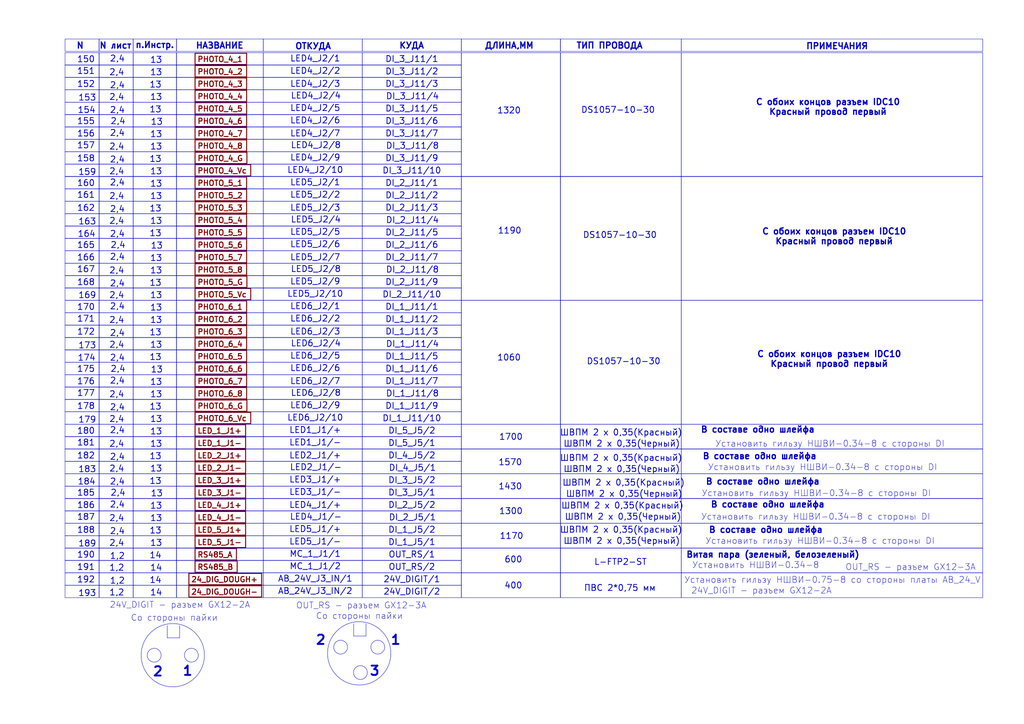
<source format=kicad_sch>
(kicad_sch
	(version 20250114)
	(generator "eeschema")
	(generator_version "9.0")
	(uuid "934e700c-146f-4592-aeb7-88cd02ab4fe4")
	(paper "A3")
	(lib_symbols)
	(rectangle
		(start 148.59 26.67)
		(end 189.23 31.75)
		(stroke
			(width 0)
			(type default)
		)
		(fill
			(type none)
		)
		(uuid 00b818ca-4ce4-4815-b608-db23aa820c35)
	)
	(circle
		(center 63.246 268.732)
		(radius 2.8398)
		(stroke
			(width 0)
			(type default)
		)
		(fill
			(type none)
		)
		(uuid 03aabe6b-301b-4ef6-8e70-5f49c56a0e90)
	)
	(rectangle
		(start 107.95 82.55)
		(end 148.59 87.63)
		(stroke
			(width 0)
			(type default)
		)
		(fill
			(type none)
		)
		(uuid 05967f61-b3e8-432b-820d-e8ed30698592)
	)
	(rectangle
		(start 148.59 113.03)
		(end 189.23 118.11)
		(stroke
			(width 0)
			(type default)
		)
		(fill
			(type none)
		)
		(uuid 0618f131-8445-46eb-9662-24316dc3ea6f)
	)
	(rectangle
		(start 279.4 16.002)
		(end 403.098 21.082)
		(stroke
			(width 0)
			(type default)
		)
		(fill
			(type none)
		)
		(uuid 06cb552e-0b50-4fdd-8400-a84f99d9a91e)
	)
	(rectangle
		(start 54.61 82.55)
		(end 72.39 87.63)
		(stroke
			(width 0)
			(type default)
		)
		(fill
			(type none)
		)
		(uuid 071beff9-422d-4a42-b25e-930843fdf02c)
	)
	(rectangle
		(start 107.95 123.19)
		(end 148.59 128.27)
		(stroke
			(width 0)
			(type default)
		)
		(fill
			(type none)
		)
		(uuid 08215ace-7ee3-484a-99ed-abd833d5097b)
	)
	(rectangle
		(start 148.59 87.63)
		(end 189.23 92.71)
		(stroke
			(width 0)
			(type default)
		)
		(fill
			(type none)
		)
		(uuid 09572586-0666-4bdd-ba1c-c9e2833e5bb5)
	)
	(rectangle
		(start 148.59 214.63)
		(end 189.23 219.71)
		(stroke
			(width 0)
			(type default)
		)
		(fill
			(type none)
		)
		(uuid 09889f8a-7198-405a-9345-9063352236be)
	)
	(rectangle
		(start 54.61 102.87)
		(end 72.39 107.95)
		(stroke
			(width 0)
			(type default)
		)
		(fill
			(type none)
		)
		(uuid 0a610f0e-0c7b-4e82-921f-6e1d72db06ed)
	)
	(rectangle
		(start 54.61 26.67)
		(end 72.39 31.75)
		(stroke
			(width 0)
			(type default)
		)
		(fill
			(type none)
		)
		(uuid 0ae6399d-4a40-4825-a008-989d7ced87c0)
	)
	(rectangle
		(start 72.39 219.71)
		(end 107.95 224.79)
		(stroke
			(width 0)
			(type default)
		)
		(fill
			(type none)
		)
		(uuid 0b20c004-b67f-4a29-81cf-8174bff6d39d)
	)
	(rectangle
		(start 107.95 67.31)
		(end 148.59 72.39)
		(stroke
			(width 0)
			(type default)
		)
		(fill
			(type none)
		)
		(uuid 0b3a39a4-86d4-4b3b-921c-693fed24ba5a)
	)
	(rectangle
		(start 54.61 77.47)
		(end 72.39 82.55)
		(stroke
			(width 0)
			(type default)
		)
		(fill
			(type none)
		)
		(uuid 0c14b175-66b2-4416-87da-24912f5f3611)
	)
	(rectangle
		(start 148.59 21.59)
		(end 189.23 26.67)
		(stroke
			(width 0)
			(type default)
		)
		(fill
			(type none)
		)
		(uuid 0c66142c-3fe9-4d48-9efa-3ffd7a4643ca)
	)
	(rectangle
		(start 40.64 26.67)
		(end 54.61 31.75)
		(stroke
			(width 0)
			(type default)
		)
		(fill
			(type none)
		)
		(uuid 0d91b085-9e01-46fc-a723-e7098b68d459)
	)
	(rectangle
		(start 54.61 224.79)
		(end 72.39 229.87)
		(stroke
			(width 0)
			(type default)
		)
		(fill
			(type none)
		)
		(uuid 0e2dee57-9cfb-4e1f-8426-72809492394c)
	)
	(rectangle
		(start 107.95 194.31)
		(end 148.59 199.39)
		(stroke
			(width 0)
			(type default)
		)
		(fill
			(type none)
		)
		(uuid 0e6a918c-38f2-4e25-b46d-444ba1a6fc75)
	)
	(rectangle
		(start 148.59 82.55)
		(end 189.23 87.63)
		(stroke
			(width 0)
			(type default)
		)
		(fill
			(type none)
		)
		(uuid 0f93d322-7a0f-4877-888d-5f4178a5d139)
	)
	(rectangle
		(start 72.39 57.15)
		(end 107.95 62.23)
		(stroke
			(width 0)
			(type default)
		)
		(fill
			(type none)
		)
		(uuid 10571b57-08d3-465f-bc02-eef9e8b7b975)
	)
	(rectangle
		(start 107.95 189.23)
		(end 148.59 194.31)
		(stroke
			(width 0)
			(type default)
		)
		(fill
			(type none)
		)
		(uuid 1061ab91-1ed4-4caf-907e-8e54ab1d526c)
	)
	(rectangle
		(start 40.64 128.27)
		(end 54.61 133.35)
		(stroke
			(width 0)
			(type default)
		)
		(fill
			(type none)
		)
		(uuid 1083ed8b-0fcb-48f4-8d3b-f27694ed539e)
	)
	(rectangle
		(start 229.87 123.19)
		(end 279.4 173.99)
		(stroke
			(width 0)
			(type default)
		)
		(fill
			(type none)
		)
		(uuid 11341b50-0774-4279-8455-1a16002f18f2)
	)
	(rectangle
		(start 40.64 46.99)
		(end 54.61 52.07)
		(stroke
			(width 0)
			(type default)
		)
		(fill
			(type none)
		)
		(uuid 11d5eb91-e1fa-4f62-83c5-02776e57ed76)
	)
	(rectangle
		(start 40.64 163.83)
		(end 54.61 168.91)
		(stroke
			(width 0)
			(type default)
		)
		(fill
			(type none)
		)
		(uuid 11db8e4c-bf65-4f38-bd14-fd1ccedb6581)
	)
	(rectangle
		(start 107.95 92.71)
		(end 148.59 97.79)
		(stroke
			(width 0)
			(type default)
		)
		(fill
			(type none)
		)
		(uuid 130c34f3-8374-4b0f-ad18-5a1382a9702c)
	)
	(rectangle
		(start 54.61 87.63)
		(end 72.39 92.71)
		(stroke
			(width 0)
			(type default)
		)
		(fill
			(type none)
		)
		(uuid 132079bb-b9d5-460b-83b5-8ce2fba87e53)
	)
	(rectangle
		(start 40.64 138.43)
		(end 54.61 143.51)
		(stroke
			(width 0)
			(type default)
		)
		(fill
			(type none)
		)
		(uuid 14d8d9d6-6009-4769-88e3-87cccd3d1c1d)
	)
	(rectangle
		(start 26.67 234.95)
		(end 40.64 240.03)
		(stroke
			(width 0)
			(type default)
		)
		(fill
			(type none)
		)
		(uuid 15e28954-bc2d-4592-b613-0522a670d5bc)
	)
	(rectangle
		(start 72.39 97.79)
		(end 107.95 102.87)
		(stroke
			(width 0)
			(type default)
		)
		(fill
			(type none)
		)
		(uuid 18697d43-95f9-4c4d-9146-42f906f7c179)
	)
	(rectangle
		(start 279.4 214.63)
		(end 403.098 224.79)
		(stroke
			(width 0)
			(type default)
		)
		(fill
			(type none)
		)
		(uuid 187f8cbb-b4f8-49ac-b9a9-d5038b8f1fe9)
	)
	(rectangle
		(start 40.64 133.35)
		(end 54.61 138.43)
		(stroke
			(width 0)
			(type default)
		)
		(fill
			(type none)
		)
		(uuid 18e9bb48-1f11-403d-a4ba-5b01afac8a25)
	)
	(rectangle
		(start 40.64 72.39)
		(end 54.61 77.47)
		(stroke
			(width 0)
			(type default)
		)
		(fill
			(type none)
		)
		(uuid 1addd9f7-4bcb-4904-9990-3ba1652a3aff)
	)
	(rectangle
		(start 54.61 229.87)
		(end 72.39 234.95)
		(stroke
			(width 0)
			(type default)
		)
		(fill
			(type none)
		)
		(uuid 1bb06d89-da05-436a-b07d-2e867e8376b6)
	)
	(rectangle
		(start 72.39 138.43)
		(end 107.95 143.51)
		(stroke
			(width 0)
			(type default)
		)
		(fill
			(type none)
		)
		(uuid 1c1553f8-b4a6-4dfa-b5a9-25677361b19b)
	)
	(rectangle
		(start 54.61 138.43)
		(end 72.39 143.51)
		(stroke
			(width 0)
			(type default)
		)
		(fill
			(type none)
		)
		(uuid 1cbd3be1-91df-48a6-bd0b-e0832b14e98a)
	)
	(rectangle
		(start 72.39 148.59)
		(end 107.95 153.67)
		(stroke
			(width 0)
			(type default)
		)
		(fill
			(type none)
		)
		(uuid 1dc5ffd1-5dd7-4934-9aa1-68ea6a606ba1)
	)
	(rectangle
		(start 54.61 189.23)
		(end 72.39 194.31)
		(stroke
			(width 0)
			(type default)
		)
		(fill
			(type none)
		)
		(uuid 1e30b964-5607-42e5-b84e-7373ac9ba145)
	)
	(rectangle
		(start 40.64 168.91)
		(end 54.61 173.99)
		(stroke
			(width 0)
			(type default)
		)
		(fill
			(type none)
		)
		(uuid 1f0d5e3a-bf5f-4752-b655-5661520c0bef)
	)
	(rectangle
		(start 26.67 214.63)
		(end 40.64 219.71)
		(stroke
			(width 0)
			(type default)
		)
		(fill
			(type none)
		)
		(uuid 1f8da5d6-c0e3-49b2-bc13-9dc8fdf86ecd)
	)
	(rectangle
		(start 189.23 16.002)
		(end 229.87 21.082)
		(stroke
			(width 0)
			(type default)
		)
		(fill
			(type none)
		)
		(uuid 2367dcb0-bde9-4cba-9e67-6c11f85ae7a8)
	)
	(rectangle
		(start 229.87 184.15)
		(end 279.4 194.31)
		(stroke
			(width 0)
			(type default)
		)
		(fill
			(type none)
		)
		(uuid 23d8939a-2950-4807-8e51-57a2eb66ad2e)
	)
	(rectangle
		(start 40.64 143.51)
		(end 54.61 148.59)
		(stroke
			(width 0)
			(type default)
		)
		(fill
			(type none)
		)
		(uuid 23f94c14-26c0-4ed0-86e6-95781f10fa2f)
	)
	(rectangle
		(start 26.67 179.07)
		(end 40.64 184.15)
		(stroke
			(width 0)
			(type default)
		)
		(fill
			(type none)
		)
		(uuid 27aff94e-8b91-45ae-8b19-80c292600452)
	)
	(rectangle
		(start 107.95 209.55)
		(end 148.59 214.63)
		(stroke
			(width 0)
			(type default)
		)
		(fill
			(type none)
		)
		(uuid 28fb0800-188f-4e3b-981d-156c04fa49d7)
	)
	(rectangle
		(start 189.23 194.31)
		(end 229.87 204.47)
		(stroke
			(width 0)
			(type default)
		)
		(fill
			(type none)
		)
		(uuid 2a77887b-055b-4ace-bf92-50c87da91099)
	)
	(rectangle
		(start 72.39 46.99)
		(end 107.95 52.07)
		(stroke
			(width 0)
			(type default)
		)
		(fill
			(type none)
		)
		(uuid 2b31a03c-da57-461f-8f55-09be119265e4)
	)
	(rectangle
		(start 72.39 158.75)
		(end 107.95 163.83)
		(stroke
			(width 0)
			(type default)
		)
		(fill
			(type none)
		)
		(uuid 2b78bc5c-1ccf-4feb-a43f-61da47e5823b)
	)
	(rectangle
		(start 107.95 36.83)
		(end 148.59 41.91)
		(stroke
			(width 0)
			(type default)
		)
		(fill
			(type none)
		)
		(uuid 2b8bd671-0043-47c8-8f5e-5c42bdcd2395)
	)
	(rectangle
		(start 40.64 52.07)
		(end 54.61 57.15)
		(stroke
			(width 0)
			(type default)
		)
		(fill
			(type none)
		)
		(uuid 2d0d03a4-8500-4e4c-8706-2e844e8c7a40)
	)
	(rectangle
		(start 72.39 87.63)
		(end 107.95 92.71)
		(stroke
			(width 0)
			(type default)
		)
		(fill
			(type none)
		)
		(uuid 2d2008bf-7c26-473a-ac8a-3a4510effeba)
	)
	(rectangle
		(start 107.95 138.43)
		(end 148.59 143.51)
		(stroke
			(width 0)
			(type default)
		)
		(fill
			(type none)
		)
		(uuid 2dac06be-db8b-4656-9031-78221aa74f53)
	)
	(rectangle
		(start 148.59 179.07)
		(end 189.23 184.15)
		(stroke
			(width 0)
			(type default)
		)
		(fill
			(type none)
		)
		(uuid 2df1ea3a-1e65-42bb-b304-f1e85ff8a7aa)
	)
	(rectangle
		(start 40.64 234.95)
		(end 54.61 240.03)
		(stroke
			(width 0)
			(type default)
		)
		(fill
			(type none)
		)
		(uuid 2f37da0f-874b-486e-ae35-9b80521337bf)
	)
	(rectangle
		(start 107.95 118.11)
		(end 148.59 123.19)
		(stroke
			(width 0)
			(type default)
		)
		(fill
			(type none)
		)
		(uuid 314784b2-e3c8-474f-9f26-5cdfb5ce0c6d)
	)
	(rectangle
		(start 107.95 173.99)
		(end 148.59 179.07)
		(stroke
			(width 0)
			(type default)
		)
		(fill
			(type none)
		)
		(uuid 322b83d9-da3e-4664-8b72-bd815acf619e)
	)
	(rectangle
		(start 72.39 163.83)
		(end 107.95 168.91)
		(stroke
			(width 0)
			(type default)
		)
		(fill
			(type none)
		)
		(uuid 323d9188-6608-4f4f-a922-0bc7418c34d2)
	)
	(rectangle
		(start 148.59 16.002)
		(end 189.23 21.082)
		(stroke
			(width 0)
			(type default)
		)
		(fill
			(type none)
		)
		(uuid 32d78228-59fb-4a5b-8d73-13a4a08f57e2)
	)
	(rectangle
		(start 54.61 118.11)
		(end 72.39 123.19)
		(stroke
			(width 0)
			(type default)
		)
		(fill
			(type none)
		)
		(uuid 3370ed4a-aca9-41fb-a006-2ef77e88fa06)
	)
	(rectangle
		(start 107.95 163.83)
		(end 148.59 168.91)
		(stroke
			(width 0)
			(type default)
		)
		(fill
			(type none)
		)
		(uuid 33914403-a68e-4816-acfa-db91682f7f05)
	)
	(rectangle
		(start 72.39 36.83)
		(end 107.95 41.91)
		(stroke
			(width 0)
			(type default)
		)
		(fill
			(type none)
		)
		(uuid 3425cc78-3f3e-4638-9bd4-42b8181aef0b)
	)
	(rectangle
		(start 72.39 123.19)
		(end 107.95 128.27)
		(stroke
			(width 0)
			(type default)
		)
		(fill
			(type none)
		)
		(uuid 348c8671-8c1f-4338-8461-1e2050d31367)
	)
	(rectangle
		(start 26.67 67.31)
		(end 40.64 72.39)
		(stroke
			(width 0)
			(type default)
		)
		(fill
			(type none)
		)
		(uuid 34a2b42e-02ee-44df-a2a7-c90938ef527e)
	)
	(rectangle
		(start 107.95 168.91)
		(end 148.59 173.99)
		(stroke
			(width 0)
			(type default)
		)
		(fill
			(type none)
		)
		(uuid 350dfc93-208b-4cab-a6f2-d5008920bc1b)
	)
	(rectangle
		(start 148.59 143.51)
		(end 189.23 148.59)
		(stroke
			(width 0)
			(type default)
		)
		(fill
			(type none)
		)
		(uuid 35f98948-34e5-4623-8e14-acbddd15a407)
	)
	(rectangle
		(start 148.59 92.71)
		(end 189.23 97.79)
		(stroke
			(width 0)
			(type default)
		)
		(fill
			(type none)
		)
		(uuid 362c0068-4a29-4208-a8bb-01bff4a4eefe)
	)
	(rectangle
		(start 40.64 224.79)
		(end 54.61 229.87)
		(stroke
			(width 0)
			(type default)
		)
		(fill
			(type none)
		)
		(uuid 37b68174-b203-45e9-9f36-b39c129d64f2)
	)
	(rectangle
		(start 40.64 229.87)
		(end 54.61 234.95)
		(stroke
			(width 0)
			(type default)
		)
		(fill
			(type none)
		)
		(uuid 37d9854e-c991-4ae2-b109-b55e130ce06a)
	)
	(rectangle
		(start 54.61 184.15)
		(end 72.39 189.23)
		(stroke
			(width 0)
			(type default)
		)
		(fill
			(type none)
		)
		(uuid 3871e275-c5ee-42d9-a77d-7776f942186a)
	)
	(circle
		(center 147.828 275.844)
		(radius 2.8398)
		(stroke
			(width 0)
			(type default)
		)
		(fill
			(type none)
		)
		(uuid 38f67600-7592-401b-b54b-8f7072593da8)
	)
	(rectangle
		(start 26.67 143.51)
		(end 40.64 148.59)
		(stroke
			(width 0)
			(type default)
		)
		(fill
			(type none)
		)
		(uuid 39f1a944-30ab-492a-b96c-4b43f44171f5)
	)
	(rectangle
		(start 72.39 113.03)
		(end 107.95 118.11)
		(stroke
			(width 0)
			(type default)
		)
		(fill
			(type none)
		)
		(uuid 3b6b0946-843b-4f1e-841d-e0af8647b0f5)
	)
	(rectangle
		(start 54.61 234.95)
		(end 72.39 240.03)
		(stroke
			(width 0)
			(type default)
		)
		(fill
			(type none)
		)
		(uuid 3b773052-ef3e-4a54-81b4-ce004df9215c)
	)
	(rectangle
		(start 279.4 123.19)
		(end 403.098 173.99)
		(stroke
			(width 0)
			(type default)
		)
		(fill
			(type none)
		)
		(uuid 3baf5b1b-0318-4e85-a98b-e6ccfabb8f5e)
	)
	(rectangle
		(start 26.67 204.47)
		(end 40.64 209.55)
		(stroke
			(width 0)
			(type default)
		)
		(fill
			(type none)
		)
		(uuid 3cda4463-996c-48ad-8a7c-67791c58aa69)
	)
	(rectangle
		(start 148.59 67.31)
		(end 189.23 72.39)
		(stroke
			(width 0)
			(type default)
		)
		(fill
			(type none)
		)
		(uuid 3d5b61b8-1a64-4e3d-8644-a7bb100d1ba2)
	)
	(rectangle
		(start 54.61 194.31)
		(end 72.39 199.39)
		(stroke
			(width 0)
			(type default)
		)
		(fill
			(type none)
		)
		(uuid 3ddc2fad-20a8-4355-914e-fa165aabfc31)
	)
	(rectangle
		(start 107.95 31.75)
		(end 148.59 36.83)
		(stroke
			(width 0)
			(type default)
		)
		(fill
			(type none)
		)
		(uuid 3f0b89ee-c92d-46f1-af25-89d01f115e3b)
	)
	(rectangle
		(start 26.67 163.83)
		(end 40.64 168.91)
		(stroke
			(width 0)
			(type default)
		)
		(fill
			(type none)
		)
		(uuid 445c80e0-4864-44cd-a582-4fbdf8b2a135)
	)
	(rectangle
		(start 72.39 77.47)
		(end 107.95 82.55)
		(stroke
			(width 0)
			(type default)
		)
		(fill
			(type none)
		)
		(uuid 4484b61a-abca-43f1-b822-c98fad30e18a)
	)
	(rectangle
		(start 54.61 153.67)
		(end 72.39 158.75)
		(stroke
			(width 0)
			(type default)
		)
		(fill
			(type none)
		)
		(uuid 463c51ff-b17c-4ca9-9ddd-0d44896beb76)
	)
	(rectangle
		(start 26.67 97.79)
		(end 40.64 102.87)
		(stroke
			(width 0)
			(type default)
		)
		(fill
			(type none)
		)
		(uuid 46dc26ba-864e-4249-87b3-d5d7b787fcca)
	)
	(rectangle
		(start 72.39 21.59)
		(end 107.95 26.67)
		(stroke
			(width 0)
			(type default)
		)
		(fill
			(type none)
		)
		(uuid 46fdfbb4-d055-41de-b172-d003befc7b16)
	)
	(rectangle
		(start 148.59 240.03)
		(end 189.23 245.11)
		(stroke
			(width 0)
			(type default)
		)
		(fill
			(type none)
		)
		(uuid 474155e5-ab0e-44a5-af8e-721625840a44)
	)
	(rectangle
		(start 148.59 52.07)
		(end 189.23 57.15)
		(stroke
			(width 0)
			(type default)
		)
		(fill
			(type none)
		)
		(uuid 47d0d9e0-a455-4a18-afec-552623767ebc)
	)
	(rectangle
		(start 40.64 21.59)
		(end 54.61 26.67)
		(stroke
			(width 0)
			(type default)
		)
		(fill
			(type none)
		)
		(uuid 4836569c-746d-4604-9557-e0b0c5553751)
	)
	(rectangle
		(start 107.95 199.39)
		(end 148.59 204.47)
		(stroke
			(width 0)
			(type default)
		)
		(fill
			(type none)
		)
		(uuid 4a490fbb-cbac-4c01-a4b0-1a5094fcc831)
	)
	(rectangle
		(start 26.67 16.002)
		(end 40.64 21.082)
		(stroke
			(width 0)
			(type default)
		)
		(fill
			(type none)
		)
		(uuid 4b361044-3065-4579-b457-bcaf0af424fa)
	)
	(rectangle
		(start 107.95 41.91)
		(end 148.59 46.99)
		(stroke
			(width 0)
			(type default)
		)
		(fill
			(type none)
		)
		(uuid 4c4d8386-ac14-4d38-9458-b1793c2342a8)
	)
	(rectangle
		(start 107.95 158.75)
		(end 148.59 163.83)
		(stroke
			(width 0)
			(type default)
		)
		(fill
			(type none)
		)
		(uuid 4c51005d-ba77-4da8-8445-c6c15f29bf57)
	)
	(rectangle
		(start 40.64 82.55)
		(end 54.61 87.63)
		(stroke
			(width 0)
			(type default)
		)
		(fill
			(type none)
		)
		(uuid 4d2fc248-1ac4-4375-9d0b-a44740595826)
	)
	(rectangle
		(start 54.61 133.35)
		(end 72.39 138.43)
		(stroke
			(width 0)
			(type default)
		)
		(fill
			(type none)
		)
		(uuid 4f437e6d-b8ef-482d-afdb-ae944429fdfa)
	)
	(rectangle
		(start 189.23 173.99)
		(end 229.87 184.15)
		(stroke
			(width 0)
			(type default)
		)
		(fill
			(type none)
		)
		(uuid 4fe68fc8-54dd-4a75-95f6-f53eed782caf)
	)
	(rectangle
		(start 26.67 209.55)
		(end 40.64 214.63)
		(stroke
			(width 0)
			(type default)
		)
		(fill
			(type none)
		)
		(uuid 5038f552-2c63-4e05-9ebc-2c0dad23a637)
	)
	(rectangle
		(start 54.61 57.15)
		(end 72.39 62.23)
		(stroke
			(width 0)
			(type default)
		)
		(fill
			(type none)
		)
		(uuid 50b43441-e348-4123-a4ba-b9142a8f4cf2)
	)
	(rectangle
		(start 40.64 219.71)
		(end 54.61 224.79)
		(stroke
			(width 0)
			(type default)
		)
		(fill
			(type none)
		)
		(uuid 5190021d-3902-40e5-ae45-5b038f3780c9)
	)
	(rectangle
		(start 72.39 41.91)
		(end 107.95 46.99)
		(stroke
			(width 0)
			(type default)
		)
		(fill
			(type none)
		)
		(uuid 52420cf7-ba3d-44e4-a4e4-4240f1ad9dfe)
	)
	(rectangle
		(start 26.67 118.11)
		(end 40.64 123.19)
		(stroke
			(width 0)
			(type default)
		)
		(fill
			(type none)
		)
		(uuid 531bf4cc-2c74-4dc6-a3bf-09ad5f64e653)
	)
	(rectangle
		(start 40.64 31.75)
		(end 54.61 36.83)
		(stroke
			(width 0)
			(type default)
		)
		(fill
			(type none)
		)
		(uuid 5411798f-c434-4643-b14d-1f6dda40abff)
	)
	(rectangle
		(start 189.23 72.39)
		(end 229.87 123.19)
		(stroke
			(width 0)
			(type default)
		)
		(fill
			(type none)
		)
		(uuid 549b1dbb-2ab3-4fc1-b328-81f17a2521e8)
	)
	(rectangle
		(start 54.61 163.83)
		(end 72.39 168.91)
		(stroke
			(width 0)
			(type default)
		)
		(fill
			(type none)
		)
		(uuid 54b53648-c584-4115-9ea4-8d90c7d99a71)
	)
	(rectangle
		(start 148.59 31.75)
		(end 189.23 36.83)
		(stroke
			(width 0)
			(type default)
		)
		(fill
			(type none)
		)
		(uuid 55e63c8c-d9e6-44c8-9fbd-24537d7b30ba)
	)
	(rectangle
		(start 148.59 41.91)
		(end 189.23 46.99)
		(stroke
			(width 0)
			(type default)
		)
		(fill
			(type none)
		)
		(uuid 5667204b-2736-46eb-bd92-8c2b28e006bc)
	)
	(rectangle
		(start 107.95 219.71)
		(end 148.59 224.79)
		(stroke
			(width 0)
			(type default)
		)
		(fill
			(type none)
		)
		(uuid 56f64df6-1da6-41b2-9925-2dfe7ebd6c73)
	)
	(rectangle
		(start 54.61 16.002)
		(end 72.39 21.082)
		(stroke
			(width 0)
			(type default)
		)
		(fill
			(type none)
		)
		(uuid 57f0ea5d-2044-432c-9b71-bd3403066a82)
	)
	(rectangle
		(start 40.64 158.75)
		(end 54.61 163.83)
		(stroke
			(width 0)
			(type default)
		)
		(fill
			(type none)
		)
		(uuid 58582336-7bfd-4e3c-aa9c-dee8071b3e73)
	)
	(rectangle
		(start 148.59 107.95)
		(end 189.23 113.03)
		(stroke
			(width 0)
			(type default)
		)
		(fill
			(type none)
		)
		(uuid 58b4a97e-901a-492f-88ea-b733d5347caf)
	)
	(rectangle
		(start 40.64 153.67)
		(end 54.61 158.75)
		(stroke
			(width 0)
			(type default)
		)
		(fill
			(type none)
		)
		(uuid 58e8d066-f3bc-487f-b94b-6a410665b731)
	)
	(rectangle
		(start 189.23 224.79)
		(end 229.87 234.95)
		(stroke
			(width 0)
			(type default)
		)
		(fill
			(type none)
		)
		(uuid 596d90ed-d2a7-4e34-9fbe-26760b8360c1)
	)
	(rectangle
		(start 40.64 204.47)
		(end 54.61 209.55)
		(stroke
			(width 0)
			(type default)
		)
		(fill
			(type none)
		)
		(uuid 5b9d30b5-383d-4800-b2f5-0436f462db25)
	)
	(rectangle
		(start 40.64 36.83)
		(end 54.61 41.91)
		(stroke
			(width 0)
			(type default)
		)
		(fill
			(type none)
		)
		(uuid 5ce2538f-d050-41ca-98d4-7f79ae37296f)
	)
	(rectangle
		(start 26.67 229.87)
		(end 40.64 234.95)
		(stroke
			(width 0)
			(type default)
		)
		(fill
			(type none)
		)
		(uuid 5d1e0cdc-eeb3-4bb8-9651-858284cf840d)
	)
	(rectangle
		(start 26.67 184.15)
		(end 40.64 189.23)
		(stroke
			(width 0)
			(type default)
		)
		(fill
			(type none)
		)
		(uuid 5d228941-8ff3-4a1a-a7e9-6d90dee5f759)
	)
	(rectangle
		(start 54.61 67.31)
		(end 72.39 72.39)
		(stroke
			(width 0)
			(type default)
		)
		(fill
			(type none)
		)
		(uuid 5f41daa5-dba6-4923-91bc-1afec06b30aa)
	)
	(rectangle
		(start 148.59 57.15)
		(end 189.23 62.23)
		(stroke
			(width 0)
			(type default)
		)
		(fill
			(type none)
		)
		(uuid 60d3f170-f2de-419b-85e7-cc9af08a4e1f)
	)
	(rectangle
		(start 107.95 26.67)
		(end 148.59 31.75)
		(stroke
			(width 0)
			(type default)
		)
		(fill
			(type none)
		)
		(uuid 63f88f76-6ba8-4556-b6e4-9f4d54c31ab2)
	)
	(rectangle
		(start 107.95 229.87)
		(end 148.59 234.95)
		(stroke
			(width 0)
			(type default)
		)
		(fill
			(type none)
		)
		(uuid 64fb5876-54dd-40d5-98c9-a2531ea3f5d9)
	)
	(rectangle
		(start 148.59 62.23)
		(end 189.23 67.31)
		(stroke
			(width 0)
			(type default)
		)
		(fill
			(type none)
		)
		(uuid 66589d0d-fb17-4977-b1fe-12c9d770dc35)
	)
	(rectangle
		(start 148.59 199.39)
		(end 189.23 204.47)
		(stroke
			(width 0)
			(type default)
		)
		(fill
			(type none)
		)
		(uuid 669295a7-44d8-468a-a1c6-9e5d081ecae5)
	)
	(rectangle
		(start 229.87 234.95)
		(end 279.4 245.11)
		(stroke
			(width 0)
			(type default)
		)
		(fill
			(type none)
		)
		(uuid 68a60a03-fb15-4f3b-9da3-ae55454e9bc0)
	)
	(rectangle
		(start 54.61 168.91)
		(end 72.39 173.99)
		(stroke
			(width 0)
			(type default)
		)
		(fill
			(type none)
		)
		(uuid 6be40bbb-f014-4dec-bd38-3cebed0e78b9)
	)
	(rectangle
		(start 107.95 87.63)
		(end 148.59 92.71)
		(stroke
			(width 0)
			(type default)
		)
		(fill
			(type none)
		)
		(uuid 6c59a4cd-48dc-4aab-ac31-788260c68801)
	)
	(rectangle
		(start 40.64 184.15)
		(end 54.61 189.23)
		(stroke
			(width 0)
			(type default)
		)
		(fill
			(type none)
		)
		(uuid 6c5fa2e2-d314-419d-b2c3-313b6bea49cf)
	)
	(rectangle
		(start 72.39 82.55)
		(end 107.95 87.63)
		(stroke
			(width 0)
			(type default)
		)
		(fill
			(type none)
		)
		(uuid 6d4b84c5-37fc-428e-8589-ed4f28d0eeb8)
	)
	(rectangle
		(start 148.59 46.99)
		(end 189.23 52.07)
		(stroke
			(width 0)
			(type default)
		)
		(fill
			(type none)
		)
		(uuid 6d5b9c88-626b-4fa0-b2a4-b50f2ba9f454)
	)
	(rectangle
		(start 72.39 209.55)
		(end 107.95 214.63)
		(stroke
			(width 0)
			(type default)
		)
		(fill
			(type none)
		)
		(uuid 6dc5af78-afc3-4b27-9277-23296cbf0404)
	)
	(rectangle
		(start 26.67 138.43)
		(end 40.64 143.51)
		(stroke
			(width 0)
			(type default)
		)
		(fill
			(type none)
		)
		(uuid 6df86ba8-d38d-47ed-a83d-ea1c1aa99ed4)
	)
	(rectangle
		(start 40.64 16.002)
		(end 54.61 21.082)
		(stroke
			(width 0)
			(type default)
		)
		(fill
			(type none)
		)
		(uuid 6ee12333-6022-49f4-ab0a-83da3975097a)
	)
	(rectangle
		(start 229.87 21.59)
		(end 279.4 72.39)
		(stroke
			(width 0)
			(type default)
		)
		(fill
			(type none)
		)
		(uuid 6f311743-440c-4889-b9f3-58fe3754a728)
	)
	(rectangle
		(start 107.95 102.87)
		(end 148.59 107.95)
		(stroke
			(width 0)
			(type default)
		)
		(fill
			(type none)
		)
		(uuid 6f36044b-2142-46e8-b2ea-5db93c8fb0f8)
	)
	(rectangle
		(start 72.39 107.95)
		(end 107.95 113.03)
		(stroke
			(width 0)
			(type default)
		)
		(fill
			(type none)
		)
		(uuid 6f774223-6092-4e3e-adb3-4897ee030deb)
	)
	(rectangle
		(start 189.23 184.15)
		(end 229.87 194.31)
		(stroke
			(width 0)
			(type default)
		)
		(fill
			(type none)
		)
		(uuid 70122249-d198-446e-9118-f07050370802)
	)
	(rectangle
		(start 107.95 143.51)
		(end 148.59 148.59)
		(stroke
			(width 0)
			(type default)
		)
		(fill
			(type none)
		)
		(uuid 70492ecf-bc36-4934-b4d1-734df930d9d0)
	)
	(rectangle
		(start 26.67 113.03)
		(end 40.64 118.11)
		(stroke
			(width 0)
			(type default)
		)
		(fill
			(type none)
		)
		(uuid 7136977b-f98d-4b73-8193-c4b519d0d65d)
	)
	(rectangle
		(start 26.67 87.63)
		(end 40.64 92.71)
		(stroke
			(width 0)
			(type default)
		)
		(fill
			(type none)
		)
		(uuid 71aca223-0988-415c-91cf-62f44548d730)
	)
	(rectangle
		(start 54.61 148.59)
		(end 72.39 153.67)
		(stroke
			(width 0)
			(type default)
		)
		(fill
			(type none)
		)
		(uuid 75f45636-83f5-4743-9dc7-70f69cefaf93)
	)
	(rectangle
		(start 229.87 214.63)
		(end 279.4 224.79)
		(stroke
			(width 0)
			(type default)
		)
		(fill
			(type none)
		)
		(uuid 766cdef2-32b1-4b5d-b473-22fdd07829ed)
	)
	(rectangle
		(start 72.39 199.39)
		(end 107.95 204.47)
		(stroke
			(width 0)
			(type default)
		)
		(fill
			(type none)
		)
		(uuid 76efaaa0-8115-4b38-9ba2-bd80599de5af)
	)
	(rectangle
		(start 26.67 57.15)
		(end 40.64 62.23)
		(stroke
			(width 0)
			(type default)
		)
		(fill
			(type none)
		)
		(uuid 77d24dad-473e-450e-9e8f-5b9be3fc1f77)
	)
	(rectangle
		(start 148.59 194.31)
		(end 189.23 199.39)
		(stroke
			(width 0)
			(type default)
		)
		(fill
			(type none)
		)
		(uuid 77f04edb-fe49-48e6-88c6-75b777242ba5)
	)
	(rectangle
		(start 54.61 128.27)
		(end 72.39 133.35)
		(stroke
			(width 0)
			(type default)
		)
		(fill
			(type none)
		)
		(uuid 797ba080-d484-4de6-ba9e-7dff0dfd7e68)
	)
	(rectangle
		(start 148.59 133.35)
		(end 189.23 138.43)
		(stroke
			(width 0)
			(type default)
		)
		(fill
			(type none)
		)
		(uuid 79aae8bd-c66b-4637-b895-6255f719cc08)
	)
	(rectangle
		(start 40.64 179.07)
		(end 54.61 184.15)
		(stroke
			(width 0)
			(type default)
		)
		(fill
			(type none)
		)
		(uuid 79dee68f-8876-48d2-a872-30136d0a8620)
	)
	(rectangle
		(start 40.64 209.55)
		(end 54.61 214.63)
		(stroke
			(width 0)
			(type default)
		)
		(fill
			(type none)
		)
		(uuid 7b0f1fdb-05e1-4132-89e4-30f0844ed670)
	)
	(rectangle
		(start 26.67 173.99)
		(end 40.64 179.07)
		(stroke
			(width 0)
			(type default)
		)
		(fill
			(type none)
		)
		(uuid 7b510faa-05ab-413b-9c67-3bfc40fed4c8)
	)
	(rectangle
		(start 72.39 153.67)
		(end 107.95 158.75)
		(stroke
			(width 0)
			(type default)
		)
		(fill
			(type none)
		)
		(uuid 7d86c9b6-4c4c-4f77-a133-de7f02136b0e)
	)
	(rectangle
		(start 107.95 240.03)
		(end 148.59 245.11)
		(stroke
			(width 0)
			(type default)
		)
		(fill
			(type none)
		)
		(uuid 7eb82223-dbb6-44f2-bb42-cdea5b710d75)
	)
	(rectangle
		(start 40.64 214.63)
		(end 54.61 219.71)
		(stroke
			(width 0)
			(type default)
		)
		(fill
			(type none)
		)
		(uuid 7f87b901-87c7-4f0f-a8d8-d0d4ef20d613)
	)
	(rectangle
		(start 54.61 41.91)
		(end 72.39 46.99)
		(stroke
			(width 0)
			(type default)
		)
		(fill
			(type none)
		)
		(uuid 8010f0e4-6bd3-45f1-aec8-26155b310e08)
	)
	(rectangle
		(start 107.95 16.002)
		(end 148.59 21.082)
		(stroke
			(width 0)
			(type default)
		)
		(fill
			(type none)
		)
		(uuid 80a6cef4-318a-45d4-8d42-920a0c87a88a)
	)
	(rectangle
		(start 148.59 219.71)
		(end 189.23 224.79)
		(stroke
			(width 0)
			(type default)
		)
		(fill
			(type none)
		)
		(uuid 81631054-5d2b-487a-b478-823e50927ee4)
	)
	(rectangle
		(start 107.95 148.59)
		(end 148.59 153.67)
		(stroke
			(width 0)
			(type default)
		)
		(fill
			(type none)
		)
		(uuid 8215b28e-2bee-4e39-969d-a4adb279dc75)
	)
	(rectangle
		(start 40.64 113.03)
		(end 54.61 118.11)
		(stroke
			(width 0)
			(type default)
		)
		(fill
			(type none)
		)
		(uuid 82ea1f3b-4d46-4ae5-93c7-32143562acdc)
	)
	(rectangle
		(start 54.61 113.03)
		(end 72.39 118.11)
		(stroke
			(width 0)
			(type default)
		)
		(fill
			(type none)
		)
		(uuid 8525e7f5-2dea-42d1-ab11-dab2dbe259c2)
	)
	(rectangle
		(start 54.61 36.83)
		(end 72.39 41.91)
		(stroke
			(width 0)
			(type default)
		)
		(fill
			(type none)
		)
		(uuid 87033c1b-d5c0-4c28-a164-2481aa56acb0)
	)
	(rectangle
		(start 148.59 168.91)
		(end 189.23 173.99)
		(stroke
			(width 0)
			(type default)
		)
		(fill
			(type none)
		)
		(uuid 8706d65f-7632-479c-b536-39cf2ce084eb)
	)
	(rectangle
		(start 26.67 31.75)
		(end 40.64 36.83)
		(stroke
			(width 0)
			(type default)
		)
		(fill
			(type none)
		)
		(uuid 8871d81d-e709-465e-bf6d-b4d9959b29be)
	)
	(rectangle
		(start 54.61 62.23)
		(end 72.39 67.31)
		(stroke
			(width 0)
			(type default)
		)
		(fill
			(type none)
		)
		(uuid 889fa196-295d-4b99-aea3-f5f29a22b328)
	)
	(rectangle
		(start 26.67 92.71)
		(end 40.64 97.79)
		(stroke
			(width 0)
			(type default)
		)
		(fill
			(type none)
		)
		(uuid 897ba454-fe34-4454-b8a0-c8b7ea6bba68)
	)
	(rectangle
		(start 148.59 77.47)
		(end 189.23 82.55)
		(stroke
			(width 0)
			(type default)
		)
		(fill
			(type none)
		)
		(uuid 8afeec36-4561-4a9f-8ec9-0132e1d8e8de)
	)
	(rectangle
		(start 40.64 92.71)
		(end 54.61 97.79)
		(stroke
			(width 0)
			(type default)
		)
		(fill
			(type none)
		)
		(uuid 8bb9f392-2876-49f4-9348-6791865c48da)
	)
	(rectangle
		(start 107.95 234.95)
		(end 148.59 240.03)
		(stroke
			(width 0)
			(type default)
		)
		(fill
			(type none)
		)
		(uuid 8bdee9e1-dc5a-444d-9257-bb15b845ac4a)
	)
	(rectangle
		(start 229.87 173.99)
		(end 279.4 184.15)
		(stroke
			(width 0)
			(type default)
		)
		(fill
			(type none)
		)
		(uuid 8d5da680-8dfb-4223-9814-932a246ded6c)
	)
	(rectangle
		(start 26.67 36.83)
		(end 40.64 41.91)
		(stroke
			(width 0)
			(type default)
		)
		(fill
			(type none)
		)
		(uuid 8d87eb9e-eae6-478a-980a-e82b3fb82cc1)
	)
	(rectangle
		(start 54.61 219.71)
		(end 72.39 224.79)
		(stroke
			(width 0)
			(type default)
		)
		(fill
			(type none)
		)
		(uuid 8e137ed3-1de9-4ed4-af21-fb8eda3f3f81)
	)
	(rectangle
		(start 148.59 138.43)
		(end 189.23 143.51)
		(stroke
			(width 0)
			(type default)
		)
		(fill
			(type none)
		)
		(uuid 8f97608d-3ce1-412b-89c9-7f1b90172c7e)
	)
	(rectangle
		(start 107.95 204.47)
		(end 148.59 209.55)
		(stroke
			(width 0)
			(type default)
		)
		(fill
			(type none)
		)
		(uuid 9012a819-2569-489c-9fd1-95b921b942f7)
	)
	(rectangle
		(start 26.67 82.55)
		(end 40.64 87.63)
		(stroke
			(width 0)
			(type default)
		)
		(fill
			(type none)
		)
		(uuid 9053075a-805a-42b2-b9b3-8daef98dfecd)
	)
	(rectangle
		(start 148.59 128.27)
		(end 189.23 133.35)
		(stroke
			(width 0)
			(type default)
		)
		(fill
			(type none)
		)
		(uuid 90c5355f-a822-44eb-bf75-4c41cf4310fc)
	)
	(rectangle
		(start 148.59 36.83)
		(end 189.23 41.91)
		(stroke
			(width 0)
			(type default)
		)
		(fill
			(type none)
		)
		(uuid 92e5363a-48b8-4f81-a312-2485a169f6d2)
	)
	(rectangle
		(start 26.67 72.39)
		(end 40.64 77.47)
		(stroke
			(width 0)
			(type default)
		)
		(fill
			(type none)
		)
		(uuid 9321d565-99da-4689-a724-7a053756a05a)
	)
	(rectangle
		(start 40.64 173.99)
		(end 54.61 179.07)
		(stroke
			(width 0)
			(type default)
		)
		(fill
			(type none)
		)
		(uuid 934e7f4f-9ab2-4d05-8f3e-d6376ab705d2)
	)
	(rectangle
		(start 26.67 240.03)
		(end 40.64 245.11)
		(stroke
			(width 0)
			(type default)
		)
		(fill
			(type none)
		)
		(uuid 93a220bd-a719-4466-9014-9cb21c3dac62)
	)
	(circle
		(center 147.32 267.97)
		(radius 12.9764)
		(stroke
			(width 0)
			(type default)
		)
		(fill
			(type none)
		)
		(uuid 944cf069-e81f-44fa-b395-b24c28930034)
	)
	(rectangle
		(start 40.64 62.23)
		(end 54.61 67.31)
		(stroke
			(width 0)
			(type default)
		)
		(fill
			(type none)
		)
		(uuid 94e9fc9f-e81b-49ab-89b2-93e64c0a56a0)
	)
	(rectangle
		(start 26.67 77.47)
		(end 40.64 82.55)
		(stroke
			(width 0)
			(type default)
		)
		(fill
			(type none)
		)
		(uuid 94fc1f3a-a9f1-4341-a5c4-8d277c4e831c)
	)
	(rectangle
		(start 54.61 158.75)
		(end 72.39 163.83)
		(stroke
			(width 0)
			(type default)
		)
		(fill
			(type none)
		)
		(uuid 95a24aa1-7ae9-48f5-938d-ae1112b3bf05)
	)
	(rectangle
		(start 54.61 209.55)
		(end 72.39 214.63)
		(stroke
			(width 0)
			(type default)
		)
		(fill
			(type none)
		)
		(uuid 9621a2b0-7e0e-4b16-ad91-cc5050494c27)
	)
	(rectangle
		(start 107.95 214.63)
		(end 148.59 219.71)
		(stroke
			(width 0)
			(type default)
		)
		(fill
			(type none)
		)
		(uuid 9629396f-2f58-45b9-8869-71f54916961c)
	)
	(rectangle
		(start 26.67 189.23)
		(end 40.64 194.31)
		(stroke
			(width 0)
			(type default)
		)
		(fill
			(type none)
		)
		(uuid 965bfe39-0d5b-4d87-8f5a-e0adc8c8d56d)
	)
	(rectangle
		(start 72.39 52.07)
		(end 107.95 57.15)
		(stroke
			(width 0)
			(type default)
		)
		(fill
			(type none)
		)
		(uuid 97380697-690f-4e66-adbe-6c9a49bfe21c)
	)
	(rectangle
		(start 148.59 118.11)
		(end 189.23 123.19)
		(stroke
			(width 0)
			(type default)
		)
		(fill
			(type none)
		)
		(uuid 9990c66e-315a-418b-8ab6-39d752c6683a)
	)
	(rectangle
		(start 279.4 194.31)
		(end 403.098 204.47)
		(stroke
			(width 0)
			(type default)
		)
		(fill
			(type none)
		)
		(uuid 9afd37b3-ec16-415d-8135-f39f1c55cc3d)
	)
	(rectangle
		(start 40.64 77.47)
		(end 54.61 82.55)
		(stroke
			(width 0)
			(type default)
		)
		(fill
			(type none)
		)
		(uuid 9b4b4e52-a3d1-4e8c-bd96-6038a5c0f335)
	)
	(circle
		(center 78.486 268.732)
		(radius 2.8398)
		(stroke
			(width 0)
			(type default)
		)
		(fill
			(type none)
		)
		(uuid 9b6ea51a-71a0-470d-9ba8-e8ca62881c06)
	)
	(rectangle
		(start 279.4 184.15)
		(end 403.098 194.31)
		(stroke
			(width 0)
			(type default)
		)
		(fill
			(type none)
		)
		(uuid 9bc7b5d9-4c4b-45f5-81ad-7869102c7a06)
	)
	(rectangle
		(start 72.39 62.23)
		(end 107.95 67.31)
		(stroke
			(width 0)
			(type default)
		)
		(fill
			(type none)
		)
		(uuid 9be06616-435d-446b-ae88-a0a4e271a759)
	)
	(rectangle
		(start 107.95 133.35)
		(end 148.59 138.43)
		(stroke
			(width 0)
			(type default)
		)
		(fill
			(type none)
		)
		(uuid 9c01b81d-74d4-4b04-9da3-511026f29da7)
	)
	(rectangle
		(start 72.39 179.07)
		(end 107.95 184.15)
		(stroke
			(width 0)
			(type default)
		)
		(fill
			(type none)
		)
		(uuid 9c04780d-f436-4d1c-ac92-3015811ca3a1)
	)
	(rectangle
		(start 72.39 128.27)
		(end 107.95 133.35)
		(stroke
			(width 0)
			(type default)
		)
		(fill
			(type none)
		)
		(uuid 9c236593-3484-4dc6-8a44-5e27d3ff9d41)
	)
	(rectangle
		(start 40.64 199.39)
		(end 54.61 204.47)
		(stroke
			(width 0)
			(type default)
		)
		(fill
			(type none)
		)
		(uuid 9d08e526-c5f9-48ae-900c-54a2393a7ce3)
	)
	(rectangle
		(start 54.61 123.19)
		(end 72.39 128.27)
		(stroke
			(width 0)
			(type default)
		)
		(fill
			(type none)
		)
		(uuid 9e6d4961-0f3c-4086-853b-84afc373994a)
	)
	(rectangle
		(start 107.95 72.39)
		(end 148.59 77.47)
		(stroke
			(width 0)
			(type default)
		)
		(fill
			(type none)
		)
		(uuid a0fd5c44-4163-477d-9029-9b016c8149e7)
	)
	(rectangle
		(start 148.59 173.99)
		(end 189.23 179.07)
		(stroke
			(width 0)
			(type default)
		)
		(fill
			(type none)
		)
		(uuid a1560c0c-d86c-4da3-add2-2b49dce1392d)
	)
	(rectangle
		(start 107.95 46.99)
		(end 148.59 52.07)
		(stroke
			(width 0)
			(type default)
		)
		(fill
			(type none)
		)
		(uuid a1e3eee5-3fbd-4079-b6fe-96cb3ff56c11)
	)
	(rectangle
		(start 54.61 52.07)
		(end 72.39 57.15)
		(stroke
			(width 0)
			(type default)
		)
		(fill
			(type none)
		)
		(uuid a3fc0c85-5f01-4641-ae94-65d9061bc47d)
	)
	(rectangle
		(start 72.39 229.87)
		(end 107.95 234.95)
		(stroke
			(width 0)
			(type default)
		)
		(fill
			(type none)
		)
		(uuid a89c7f46-c29c-4e75-868a-55746a583782)
	)
	(rectangle
		(start 40.64 194.31)
		(end 54.61 199.39)
		(stroke
			(width 0)
			(type default)
		)
		(fill
			(type none)
		)
		(uuid a91373bf-1285-41cb-8f34-6e986d383d18)
	)
	(rectangle
		(start 107.95 184.15)
		(end 148.59 189.23)
		(stroke
			(width 0)
			(type default)
		)
		(fill
			(type none)
		)
		(uuid a98638de-e9ec-4053-be08-34f3a8599150)
	)
	(rectangle
		(start 107.95 97.79)
		(end 148.59 102.87)
		(stroke
			(width 0)
			(type default)
		)
		(fill
			(type none)
		)
		(uuid aa6bb5eb-e4e7-4719-a601-9d1408bf7ab3)
	)
	(rectangle
		(start 229.87 72.39)
		(end 279.4 123.19)
		(stroke
			(width 0)
			(type default)
		)
		(fill
			(type none)
		)
		(uuid aaed7944-0e3a-44c3-8c3d-eafe16d1240d)
	)
	(rectangle
		(start 148.59 158.75)
		(end 189.23 163.83)
		(stroke
			(width 0)
			(type default)
		)
		(fill
			(type none)
		)
		(uuid ab1db5ea-f7f0-4dbb-9dfd-e43cefafd129)
	)
	(rectangle
		(start 279.4 72.39)
		(end 403.098 123.19)
		(stroke
			(width 0)
			(type default)
		)
		(fill
			(type none)
		)
		(uuid abb05923-f1c9-4105-b410-eb50ab23ae63)
	)
	(rectangle
		(start 26.67 128.27)
		(end 40.64 133.35)
		(stroke
			(width 0)
			(type default)
		)
		(fill
			(type none)
		)
		(uuid ac8b2ca9-11f0-44fb-9913-0d1b757c610d)
	)
	(rectangle
		(start 72.39 118.11)
		(end 107.95 123.19)
		(stroke
			(width 0)
			(type default)
		)
		(fill
			(type none)
		)
		(uuid ad4f1b46-fdda-45e9-82a0-d5f776d0e733)
	)
	(rectangle
		(start 26.67 224.79)
		(end 40.64 229.87)
		(stroke
			(width 0)
			(type default)
		)
		(fill
			(type none)
		)
		(uuid ae663dc4-67df-472f-8fa6-bc80cf320c34)
	)
	(rectangle
		(start 107.95 21.59)
		(end 148.59 26.67)
		(stroke
			(width 0)
			(type default)
		)
		(fill
			(type none)
		)
		(uuid af65fdcc-982c-4142-bd74-e43af56b88c7)
	)
	(rectangle
		(start 148.59 163.83)
		(end 189.23 168.91)
		(stroke
			(width 0)
			(type default)
		)
		(fill
			(type none)
		)
		(uuid b158244b-9ccc-4082-8bcd-3a031b45631c)
	)
	(rectangle
		(start 72.39 67.31)
		(end 107.95 72.39)
		(stroke
			(width 0)
			(type default)
		)
		(fill
			(type none)
		)
		(uuid b17f65b4-49a7-483b-8435-6398bc789f42)
	)
	(rectangle
		(start 26.67 133.35)
		(end 40.64 138.43)
		(stroke
			(width 0)
			(type default)
		)
		(fill
			(type none)
		)
		(uuid b249b90a-74b0-4c12-8807-406a229315ff)
	)
	(rectangle
		(start 26.67 102.87)
		(end 40.64 107.95)
		(stroke
			(width 0)
			(type default)
		)
		(fill
			(type none)
		)
		(uuid b2718d28-96c7-42ce-a7dc-42e7011690fa)
	)
	(rectangle
		(start 72.39 26.67)
		(end 107.95 31.75)
		(stroke
			(width 0)
			(type default)
		)
		(fill
			(type none)
		)
		(uuid b2a5bfe5-668c-4342-9912-2dc626018f13)
	)
	(rectangle
		(start 148.59 189.23)
		(end 189.23 194.31)
		(stroke
			(width 0)
			(type default)
		)
		(fill
			(type none)
		)
		(uuid b2dbfc9a-b0b6-49b0-9222-e042e255ccc4)
	)
	(rectangle
		(start 26.67 148.59)
		(end 40.64 153.67)
		(stroke
			(width 0)
			(type default)
		)
		(fill
			(type none)
		)
		(uuid b442d320-c1b6-475d-94ba-aef6ac598575)
	)
	(rectangle
		(start 229.87 204.47)
		(end 279.4 214.63)
		(stroke
			(width 0)
			(type default)
		)
		(fill
			(type none)
		)
		(uuid b4611942-e1d9-4c64-82f0-1c94110c0e30)
	)
	(rectangle
		(start 54.61 143.51)
		(end 72.39 148.59)
		(stroke
			(width 0)
			(type default)
		)
		(fill
			(type none)
		)
		(uuid b50f1c47-8f56-4e5d-bd61-91799d8676cf)
	)
	(circle
		(center 154.94 265.43)
		(radius 2.8398)
		(stroke
			(width 0)
			(type default)
		)
		(fill
			(type none)
		)
		(uuid b525913b-8c92-409f-a1c6-de01502242fc)
	)
	(rectangle
		(start 107.95 113.03)
		(end 148.59 118.11)
		(stroke
			(width 0)
			(type default)
		)
		(fill
			(type none)
		)
		(uuid b5441a2c-ae9c-438f-b7e2-b469cb78681f)
	)
	(rectangle
		(start 279.4 21.59)
		(end 403.098 72.39)
		(stroke
			(width 0)
			(type default)
		)
		(fill
			(type none)
		)
		(uuid b613db80-0dbb-49fd-ab6d-e73ea719a1b4)
	)
	(rectangle
		(start 40.64 189.23)
		(end 54.61 194.31)
		(stroke
			(width 0)
			(type default)
		)
		(fill
			(type none)
		)
		(uuid b6854c1e-6aef-4699-adf8-2d69ba39dbe7)
	)
	(rectangle
		(start 26.67 153.67)
		(end 40.64 158.75)
		(stroke
			(width 0)
			(type default)
		)
		(fill
			(type none)
		)
		(uuid b85ae054-f27c-4789-a485-a95cde4ce040)
	)
	(rectangle
		(start 26.67 219.71)
		(end 40.64 224.79)
		(stroke
			(width 0)
			(type default)
		)
		(fill
			(type none)
		)
		(uuid b9934896-9d55-4fb1-81ca-9fee88c466a0)
	)
	(rectangle
		(start 148.59 72.39)
		(end 189.23 77.47)
		(stroke
			(width 0)
			(type default)
		)
		(fill
			(type none)
		)
		(uuid baf99e30-c206-4e30-b715-494c50a7f8e9)
	)
	(rectangle
		(start 40.64 107.95)
		(end 54.61 113.03)
		(stroke
			(width 0)
			(type default)
		)
		(fill
			(type none)
		)
		(uuid bb7eb2e7-c19a-4626-83a8-151a23511104)
	)
	(rectangle
		(start 107.95 62.23)
		(end 148.59 67.31)
		(stroke
			(width 0)
			(type default)
		)
		(fill
			(type none)
		)
		(uuid bba31596-844d-47cf-807f-95a785cd4627)
	)
	(rectangle
		(start 189.23 123.19)
		(end 229.87 173.99)
		(stroke
			(width 0)
			(type default)
		)
		(fill
			(type none)
		)
		(uuid bbdef5dc-e631-44ed-975a-1dece6c45c11)
	)
	(rectangle
		(start 26.67 194.31)
		(end 40.64 199.39)
		(stroke
			(width 0)
			(type default)
		)
		(fill
			(type none)
		)
		(uuid be7864cf-fd69-4dce-a370-76433523b0c8)
	)
	(rectangle
		(start 279.4 204.47)
		(end 403.098 214.63)
		(stroke
			(width 0)
			(type default)
		)
		(fill
			(type none)
		)
		(uuid bfc0d18b-5d69-40d3-95ce-818c14040c96)
	)
	(rectangle
		(start 72.39 31.75)
		(end 107.95 36.83)
		(stroke
			(width 0)
			(type default)
		)
		(fill
			(type none)
		)
		(uuid c03e0666-cdcc-47b0-b8ee-810fed4ac9fa)
	)
	(rectangle
		(start 72.39 240.03)
		(end 107.95 245.11)
		(stroke
			(width 0)
			(type default)
		)
		(fill
			(type none)
		)
		(uuid c085e355-2eaf-4b9b-9fc0-9844793a9f79)
	)
	(rectangle
		(start 72.39 224.79)
		(end 107.95 229.87)
		(stroke
			(width 0)
			(type default)
		)
		(fill
			(type none)
		)
		(uuid c096a135-2d00-4d21-8556-e7875f4d5cea)
	)
	(rectangle
		(start 72.39 168.91)
		(end 107.95 173.99)
		(stroke
			(width 0)
			(type default)
		)
		(fill
			(type none)
		)
		(uuid c114b1bc-e0d1-4d44-849f-d65f2f1886e4)
	)
	(rectangle
		(start 72.39 173.99)
		(end 107.95 179.07)
		(stroke
			(width 0)
			(type default)
		)
		(fill
			(type none)
		)
		(uuid c21f63a6-7e06-4ad3-bb8a-46d09a745746)
	)
	(rectangle
		(start 107.95 77.47)
		(end 148.59 82.55)
		(stroke
			(width 0)
			(type default)
		)
		(fill
			(type none)
		)
		(uuid c29018d5-93a8-4f7a-897b-c84f53559f41)
	)
	(rectangle
		(start 189.23 234.95)
		(end 229.87 245.11)
		(stroke
			(width 0)
			(type default)
		)
		(fill
			(type none)
		)
		(uuid c29188c2-2b45-4b4f-94f6-b655ffb90395)
	)
	(rectangle
		(start 148.59 123.19)
		(end 189.23 128.27)
		(stroke
			(width 0)
			(type default)
		)
		(fill
			(type none)
		)
		(uuid c2992f48-a4f2-4dc5-a5d0-5086af3e39c6)
	)
	(rectangle
		(start 148.59 148.59)
		(end 189.23 153.67)
		(stroke
			(width 0)
			(type default)
		)
		(fill
			(type none)
		)
		(uuid c38a516f-0fa1-4973-88c8-bc5c0893b354)
	)
	(rectangle
		(start 40.64 123.19)
		(end 54.61 128.27)
		(stroke
			(width 0)
			(type default)
		)
		(fill
			(type none)
		)
		(uuid c3d30f1a-1336-4906-a677-3a3e324f8075)
	)
	(rectangle
		(start 279.4 234.95)
		(end 403.098 245.11)
		(stroke
			(width 0)
			(type default)
		)
		(fill
			(type none)
		)
		(uuid c4176602-735a-42fd-b918-93e13a63f92b)
	)
	(rectangle
		(start 54.61 92.71)
		(end 72.39 97.79)
		(stroke
			(width 0)
			(type default)
		)
		(fill
			(type none)
		)
		(uuid c579e9b9-72cd-49d4-9769-1896eb53da83)
	)
	(rectangle
		(start 72.39 194.31)
		(end 107.95 199.39)
		(stroke
			(width 0)
			(type default)
		)
		(fill
			(type none)
		)
		(uuid c6d80a9b-dbd4-45c1-a6fb-343084301b5a)
	)
	(rectangle
		(start 40.64 240.03)
		(end 54.61 245.11)
		(stroke
			(width 0)
			(type default)
		)
		(fill
			(type none)
		)
		(uuid c947611a-4355-4e01-9468-f00f6c2d8d55)
	)
	(rectangle
		(start 229.87 194.31)
		(end 279.4 204.47)
		(stroke
			(width 0)
			(type default)
		)
		(fill
			(type none)
		)
		(uuid ca1ed571-7a90-46fb-bc3e-08b90c664560)
	)
	(rectangle
		(start 148.59 234.95)
		(end 189.23 240.03)
		(stroke
			(width 0)
			(type default)
		)
		(fill
			(type none)
		)
		(uuid ca455a53-c21f-427c-adab-79c25b6258ea)
	)
	(rectangle
		(start 107.95 57.15)
		(end 148.59 62.23)
		(stroke
			(width 0)
			(type default)
		)
		(fill
			(type none)
		)
		(uuid cb74488e-0df2-4d7e-8cd4-95e04a0bc420)
	)
	(rectangle
		(start 26.67 62.23)
		(end 40.64 67.31)
		(stroke
			(width 0)
			(type default)
		)
		(fill
			(type none)
		)
		(uuid cb91c30a-e559-486c-b299-e2b0b633b9ad)
	)
	(rectangle
		(start 229.87 224.79)
		(end 279.4 234.95)
		(stroke
			(width 0)
			(type default)
		)
		(fill
			(type none)
		)
		(uuid cbf27917-d715-498c-9a14-5b9b62984144)
	)
	(rectangle
		(start 72.39 143.51)
		(end 107.95 148.59)
		(stroke
			(width 0)
			(type default)
		)
		(fill
			(type none)
		)
		(uuid cdb4f60c-ebd2-4386-bb93-997e010b7c96)
	)
	(rectangle
		(start 54.61 72.39)
		(end 72.39 77.47)
		(stroke
			(width 0)
			(type default)
		)
		(fill
			(type none)
		)
		(uuid d05918b8-01ec-4e38-bb99-59e89bf1a541)
	)
	(rectangle
		(start 148.59 153.67)
		(end 189.23 158.75)
		(stroke
			(width 0)
			(type default)
		)
		(fill
			(type none)
		)
		(uuid d0ab7f4b-95c3-4ac7-86b3-ba21cfa02cc9)
	)
	(circle
		(center 70.866 268.732)
		(radius 12.9764)
		(stroke
			(width 0)
			(type default)
		)
		(fill
			(type none)
		)
		(uuid d116f4f7-d089-4d78-b415-80eca2f9c5d5)
	)
	(rectangle
		(start 54.61 31.75)
		(end 72.39 36.83)
		(stroke
			(width 0)
			(type default)
		)
		(fill
			(type none)
		)
		(uuid d40907d5-d237-4354-85b7-2ef817305d09)
	)
	(rectangle
		(start 26.67 52.07)
		(end 40.64 57.15)
		(stroke
			(width 0)
			(type default)
		)
		(fill
			(type none)
		)
		(uuid d4f4f088-208f-4819-9b2e-013e006826f9)
	)
	(rectangle
		(start 54.61 240.03)
		(end 72.39 245.11)
		(stroke
			(width 0)
			(type default)
		)
		(fill
			(type none)
		)
		(uuid d54138d6-b30f-4e67-a597-9096556dbe8f)
	)
	(rectangle
		(start 54.61 21.59)
		(end 72.39 26.67)
		(stroke
			(width 0)
			(type default)
		)
		(fill
			(type none)
		)
		(uuid d8c77161-9818-48f4-8683-51f698754ebb)
	)
	(rectangle
		(start 54.61 46.99)
		(end 72.39 52.07)
		(stroke
			(width 0)
			(type default)
		)
		(fill
			(type none)
		)
		(uuid d989865c-fe1b-4718-bf9a-bc80a92875de)
	)
	(rectangle
		(start 72.39 189.23)
		(end 107.95 194.31)
		(stroke
			(width 0)
			(type default)
		)
		(fill
			(type none)
		)
		(uuid d9a38e6a-94a7-4dd0-a547-8dc6dd48c3b3)
	)
	(rectangle
		(start 40.64 97.79)
		(end 54.61 102.87)
		(stroke
			(width 0)
			(type default)
		)
		(fill
			(type none)
		)
		(uuid da27439e-57a4-48bd-856b-eeb4e3f6dd69)
	)
	(circle
		(center 139.7 265.43)
		(radius 2.8398)
		(stroke
			(width 0)
			(type default)
		)
		(fill
			(type none)
		)
		(uuid da3e3991-4d80-4fba-bfbe-a67d752254d2)
	)
	(rectangle
		(start 279.4 224.79)
		(end 403.098 234.95)
		(stroke
			(width 0)
			(type default)
		)
		(fill
			(type none)
		)
		(uuid da76b571-63ab-4136-9680-6c291a5ff764)
	)
	(rectangle
		(start 40.64 41.91)
		(end 54.61 46.99)
		(stroke
			(width 0)
			(type default)
		)
		(fill
			(type none)
		)
		(uuid dae2b583-643f-422e-ac7a-f0ee5411bccd)
	)
	(rectangle
		(start 26.67 158.75)
		(end 40.64 163.83)
		(stroke
			(width 0)
			(type default)
		)
		(fill
			(type none)
		)
		(uuid daf60de4-5ad1-4fb6-80b5-8391dbab74db)
	)
	(rectangle
		(start 26.67 199.39)
		(end 40.64 204.47)
		(stroke
			(width 0)
			(type default)
		)
		(fill
			(type none)
		)
		(uuid db86a7e8-7e89-4103-a92f-739c68294804)
	)
	(rectangle
		(start 107.95 179.07)
		(end 148.59 184.15)
		(stroke
			(width 0)
			(type default)
		)
		(fill
			(type none)
		)
		(uuid dcec5ce6-1c74-44a9-8b10-427c8dbec75d)
	)
	(rectangle
		(start 54.61 173.99)
		(end 72.39 179.07)
		(stroke
			(width 0)
			(type default)
		)
		(fill
			(type none)
		)
		(uuid dd99fa15-8817-4cbe-ac7f-63ff4241afab)
	)
	(rectangle
		(start 26.67 123.19)
		(end 40.64 128.27)
		(stroke
			(width 0)
			(type default)
		)
		(fill
			(type none)
		)
		(uuid ddde9bc5-22db-441b-a062-6a5010d3ddb9)
	)
	(rectangle
		(start 72.39 234.95)
		(end 107.95 240.03)
		(stroke
			(width 0)
			(type default)
		)
		(fill
			(type none)
		)
		(uuid df52015e-40b5-4d64-b96c-e2bc74f6615b)
	)
	(rectangle
		(start 148.59 229.87)
		(end 189.23 234.95)
		(stroke
			(width 0)
			(type default)
		)
		(fill
			(type none)
		)
		(uuid e02f7706-7160-4764-95b7-10eef8538e79)
	)
	(rectangle
		(start 148.59 102.87)
		(end 189.23 107.95)
		(stroke
			(width 0)
			(type default)
		)
		(fill
			(type none)
		)
		(uuid e0c2aca6-c0be-49f8-b114-6f04e61a5922)
	)
	(rectangle
		(start 72.39 72.39)
		(end 107.95 77.47)
		(stroke
			(width 0)
			(type default)
		)
		(fill
			(type none)
		)
		(uuid e1384414-156f-4add-aca1-f2c813776600)
	)
	(rectangle
		(start 107.95 128.27)
		(end 148.59 133.35)
		(stroke
			(width 0)
			(type default)
		)
		(fill
			(type none)
		)
		(uuid e2488a96-62e9-449b-9126-adb5462c1eff)
	)
	(rectangle
		(start 54.61 107.95)
		(end 72.39 113.03)
		(stroke
			(width 0)
			(type default)
		)
		(fill
			(type none)
		)
		(uuid e2bc06fd-c720-462f-bfbc-e6362cfc2e23)
	)
	(rectangle
		(start 72.39 133.35)
		(end 107.95 138.43)
		(stroke
			(width 0)
			(type default)
		)
		(fill
			(type none)
		)
		(uuid e2bca4bf-e938-48fc-a005-308ccbc7a49e)
	)
	(rectangle
		(start 26.67 21.59)
		(end 40.64 26.67)
		(stroke
			(width 0)
			(type default)
		)
		(fill
			(type none)
		)
		(uuid e2f53cc7-e0d6-4447-a53e-226b2943aba2)
	)
	(rectangle
		(start 72.39 214.63)
		(end 107.95 219.71)
		(stroke
			(width 0)
			(type default)
		)
		(fill
			(type none)
		)
		(uuid e345c7fd-84dd-4baa-a05c-8ec5593f4c6c)
	)
	(rectangle
		(start 72.39 184.15)
		(end 107.95 189.23)
		(stroke
			(width 0)
			(type default)
		)
		(fill
			(type none)
		)
		(uuid e3dccc2e-039e-4d22-8bc4-b3805fac6b00)
	)
	(rectangle
		(start 40.64 148.59)
		(end 54.61 153.67)
		(stroke
			(width 0)
			(type default)
		)
		(fill
			(type none)
		)
		(uuid e4baa80a-46a0-40c9-bb96-8b614a6e9052)
	)
	(rectangle
		(start 26.67 41.91)
		(end 40.64 46.99)
		(stroke
			(width 0)
			(type default)
		)
		(fill
			(type none)
		)
		(uuid e56c0df1-4d5b-4259-a4e6-f723864f7881)
	)
	(rectangle
		(start 40.64 67.31)
		(end 54.61 72.39)
		(stroke
			(width 0)
			(type default)
		)
		(fill
			(type none)
		)
		(uuid e63516a1-7a91-4c0c-a0fc-d1db8577cf10)
	)
	(rectangle
		(start 54.61 199.39)
		(end 72.39 204.47)
		(stroke
			(width 0)
			(type default)
		)
		(fill
			(type none)
		)
		(uuid e6c4cfba-8c27-4689-a269-9e7b10fae610)
	)
	(rectangle
		(start 40.64 57.15)
		(end 54.61 62.23)
		(stroke
			(width 0)
			(type default)
		)
		(fill
			(type none)
		)
		(uuid e6f42e65-c15c-4bee-9138-fa697daf5a8e)
	)
	(rectangle
		(start 72.39 204.47)
		(end 107.95 209.55)
		(stroke
			(width 0)
			(type default)
		)
		(fill
			(type none)
		)
		(uuid e7e55f16-7f28-419e-a1e2-ea2037e3e0f1)
	)
	(rectangle
		(start 229.87 16.002)
		(end 279.4 21.082)
		(stroke
			(width 0)
			(type default)
		)
		(fill
			(type none)
		)
		(uuid ea84c59e-cad8-4151-8f0d-13b8e8e78906)
	)
	(rectangle
		(start 148.59 224.79)
		(end 189.23 229.87)
		(stroke
			(width 0)
			(type default)
		)
		(fill
			(type none)
		)
		(uuid eae633cc-80a4-4156-8788-3e167ed0ccc1)
	)
	(rectangle
		(start 72.39 92.71)
		(end 107.95 97.79)
		(stroke
			(width 0)
			(type default)
		)
		(fill
			(type none)
		)
		(uuid eb94a800-3b13-4a66-b0a9-d11b871d44a8)
	)
	(rectangle
		(start 189.23 204.47)
		(end 229.87 214.63)
		(stroke
			(width 0)
			(type default)
		)
		(fill
			(type none)
		)
		(uuid ec9e4f62-d3d4-4b4f-bbb1-a080a5d4a31a)
	)
	(rectangle
		(start 148.59 184.15)
		(end 189.23 189.23)
		(stroke
			(width 0)
			(type default)
		)
		(fill
			(type none)
		)
		(uuid eca5736d-2330-478a-b98c-298644f32f2d)
	)
	(rectangle
		(start 107.95 52.07)
		(end 148.59 57.15)
		(stroke
			(width 0)
			(type default)
		)
		(fill
			(type none)
		)
		(uuid eca682d9-93b0-4cf5-bec1-980708ca7ed7)
	)
	(rectangle
		(start 148.59 204.47)
		(end 189.23 209.55)
		(stroke
			(width 0)
			(type default)
		)
		(fill
			(type none)
		)
		(uuid ed3b9c1b-4440-49b4-80aa-a3d7464002b1)
	)
	(rectangle
		(start 54.61 214.63)
		(end 72.39 219.71)
		(stroke
			(width 0)
			(type default)
		)
		(fill
			(type none)
		)
		(uuid ed683802-8f97-4333-9b62-aa92131637ca)
	)
	(rectangle
		(start 26.67 26.67)
		(end 40.64 31.75)
		(stroke
			(width 0)
			(type default)
		)
		(fill
			(type none)
		)
		(uuid edcc5538-fba9-4806-ad08-af00165e2e22)
	)
	(rectangle
		(start 72.39 102.87)
		(end 107.95 107.95)
		(stroke
			(width 0)
			(type default)
		)
		(fill
			(type none)
		)
		(uuid ee01d19b-ede5-4e8b-ac97-d2d347060469)
	)
	(rectangle
		(start 107.95 224.79)
		(end 148.59 229.87)
		(stroke
			(width 0)
			(type default)
		)
		(fill
			(type none)
		)
		(uuid ee49b6fb-9164-4934-a47f-e11099acc799)
	)
	(rectangle
		(start 26.67 168.91)
		(end 40.64 173.99)
		(stroke
			(width 0)
			(type default)
		)
		(fill
			(type none)
		)
		(uuid ef3a495b-6b5b-4a1d-8baa-f406653c4cb1)
	)
	(rectangle
		(start 107.95 107.95)
		(end 148.59 113.03)
		(stroke
			(width 0)
			(type default)
		)
		(fill
			(type none)
		)
		(uuid f036f2ab-dfd8-4c52-8ea2-7fc34d41281c)
	)
	(rectangle
		(start 40.64 102.87)
		(end 54.61 107.95)
		(stroke
			(width 0)
			(type default)
		)
		(fill
			(type none)
		)
		(uuid f11ddc85-d1cd-490f-a7c9-f7b694c3cb94)
	)
	(rectangle
		(start 26.67 107.95)
		(end 40.64 113.03)
		(stroke
			(width 0)
			(type default)
		)
		(fill
			(type none)
		)
		(uuid f22777fb-7b6a-4354-a915-69fb7a45e62c)
	)
	(rectangle
		(start 189.23 21.59)
		(end 229.87 72.39)
		(stroke
			(width 0)
			(type default)
		)
		(fill
			(type none)
		)
		(uuid f399bc7e-f08e-4beb-86e1-7967bb4ead2a)
	)
	(rectangle
		(start 40.64 118.11)
		(end 54.61 123.19)
		(stroke
			(width 0)
			(type default)
		)
		(fill
			(type none)
		)
		(uuid f5ab76ad-fee5-42bc-8030-63a2b4bc6477)
	)
	(rectangle
		(start 279.4 173.99)
		(end 403.098 184.15)
		(stroke
			(width 0)
			(type default)
		)
		(fill
			(type none)
		)
		(uuid f7cd97a3-bf1a-4067-aad7-c5348d79eec2)
	)
	(rectangle
		(start 148.59 209.55)
		(end 189.23 214.63)
		(stroke
			(width 0)
			(type default)
		)
		(fill
			(type none)
		)
		(uuid f81d3b14-0f1e-4e04-b2c6-32a940db2706)
	)
	(rectangle
		(start 72.39 16.002)
		(end 107.95 21.082)
		(stroke
			(width 0)
			(type default)
		)
		(fill
			(type none)
		)
		(uuid f9f75cac-8bad-4d97-a731-1597c5c4443e)
	)
	(rectangle
		(start 107.95 153.67)
		(end 148.59 158.75)
		(stroke
			(width 0)
			(type default)
		)
		(fill
			(type none)
		)
		(uuid fa0e252d-8103-43da-b9c4-6ca0bbda684b)
	)
	(rectangle
		(start 54.61 97.79)
		(end 72.39 102.87)
		(stroke
			(width 0)
			(type default)
		)
		(fill
			(type none)
		)
		(uuid fa7f6097-e3fc-4b6e-809f-c8adca4ee5fd)
	)
	(rectangle
		(start 40.64 87.63)
		(end 54.61 92.71)
		(stroke
			(width 0)
			(type default)
		)
		(fill
			(type none)
		)
		(uuid fb8e327d-4c55-47be-922f-c63874bdb16c)
	)
	(rectangle
		(start 148.59 97.79)
		(end 189.23 102.87)
		(stroke
			(width 0)
			(type default)
		)
		(fill
			(type none)
		)
		(uuid fd9c6e8b-39dd-4618-a9d0-46c6371361f2)
	)
	(rectangle
		(start 26.67 46.99)
		(end 40.64 52.07)
		(stroke
			(width 0)
			(type default)
		)
		(fill
			(type none)
		)
		(uuid fe3803b7-04ea-4a32-a18d-b0e2d2958f43)
	)
	(rectangle
		(start 54.61 204.47)
		(end 72.39 209.55)
		(stroke
			(width 0)
			(type default)
		)
		(fill
			(type none)
		)
		(uuid fe5bd7f1-10cd-43fb-bf7e-54929025f091)
	)
	(rectangle
		(start 54.61 179.07)
		(end 72.39 184.15)
		(stroke
			(width 0)
			(type default)
		)
		(fill
			(type none)
		)
		(uuid febb0407-9a8d-4c21-a2c0-a63ca8a889de)
	)
	(rectangle
		(start 189.23 214.63)
		(end 229.87 224.79)
		(stroke
			(width 0)
			(type default)
		)
		(fill
			(type none)
		)
		(uuid ffc9e37f-79b4-4137-bdb4-0e32c3e11e01)
	)
	(text "С обоих концов разъем IDC10\nКрасный провод первый"
		(exclude_from_sim no)
		(at 339.598 47.498 0)
		(effects
			(font
				(size 2.5 2.5)
				(thickness 0.5)
				(bold yes)
			)
			(justify bottom)
		)
		(uuid "00cda9eb-e336-40f6-a5c0-30248a476e50")
	)
	(text "2,4"
		(exclude_from_sim no)
		(at 45.212 203.708 0)
		(effects
			(font
				(size 2.5 2.5)
				(thickness 0.3125)
			)
			(justify left bottom)
		)
		(uuid "035ce21d-baca-4495-90a2-fea1efe69649")
	)
	(text "177"
		(exclude_from_sim no)
		(at 31.496 162.814 0)
		(effects
			(font
				(size 2.5 2.5)
				(thickness 0.3125)
			)
			(justify left bottom)
		)
		(uuid "041c9c24-daa5-41d7-98ee-e87617c3f276")
	)
	(text "1700\n"
		(exclude_from_sim no)
		(at 209.55 179.324 0)
		(effects
			(font
				(size 2.5 2.5)
				(thickness 0.3125)
			)
		)
		(uuid "04968d9e-50b2-49a5-b934-82148a89ed4d")
	)
	(text "DI_2_J5/1"
		(exclude_from_sim no)
		(at 169.164 212.344 0)
		(effects
			(font
				(size 2.5 2.5)
				(thickness 0.3125)
			)
		)
		(uuid "04bc9443-e6e5-46b1-8ea9-93bf7d531d62")
	)
	(text "DS1057-10-30"
		(exclude_from_sim no)
		(at 253.492 45.212 0)
		(effects
			(font
				(size 2.5 2.5)
				(thickness 0.3125)
			)
		)
		(uuid "052d2641-a963-4ec3-973e-d0df86683c46")
	)
	(text "2,4"
		(exclude_from_sim no)
		(at 45.212 152.908 0)
		(effects
			(font
				(size 2.5 2.5)
				(thickness 0.3125)
			)
			(justify left bottom)
		)
		(uuid "061c0362-6deb-4735-819a-c3470b292a4b")
	)
	(text "ШВПМ 2 х 0,35(Красный)"
		(exclude_from_sim no)
		(at 254.762 187.96 0)
		(effects
			(font
				(size 2.5 2.5)
				(thickness 0.3125)
			)
		)
		(uuid "09ae6e35-1429-485d-b57a-fa007c8180d2")
	)
	(text "176"
		(exclude_from_sim no)
		(at 31.496 157.988 0)
		(effects
			(font
				(size 2.5 2.5)
				(thickness 0.3125)
			)
			(justify left bottom)
		)
		(uuid "09f613c3-8a17-4c9f-8a3c-d9afdb13bfdc")
	)
	(text "193"
		(exclude_from_sim no)
		(at 32.004 244.856 0)
		(effects
			(font
				(size 2.5 2.5)
				(thickness 0.3125)
			)
			(justify left bottom)
		)
		(uuid "0ac7d1dc-7da8-44a6-bb95-142e85859fe6")
	)
	(text "DI_1_J11/1"
		(exclude_from_sim no)
		(at 168.91 125.984 0)
		(effects
			(font
				(size 2.5 2.5)
				(thickness 0.3125)
			)
		)
		(uuid "0c9dbf33-5b11-4881-ab8f-16019e178f4e")
	)
	(text "14"
		(exclude_from_sim no)
		(at 61.468 244.602 0)
		(effects
			(font
				(size 2.5 2.5)
				(thickness 0.3125)
			)
			(justify left bottom)
		)
		(uuid "0cfdaaf2-9038-46b8-8e9e-56935513e480")
	)
	(text "Установить гильзу НШВИ-0.34-8 с стороны DI"
		(exclude_from_sim no)
		(at 340.36 182.118 0)
		(effects
			(font
				(size 2.54 2.54)
			)
		)
		(uuid "0d4ffca8-342c-49b1-bdf9-379a9ca4aa23")
	)
	(text "2,4"
		(exclude_from_sim no)
		(at 44.704 143.002 0)
		(effects
			(font
				(size 2.5 2.5)
				(thickness 0.3125)
			)
			(justify left bottom)
		)
		(uuid "107d0292-8aa8-4bbc-883a-e36f3913bdcf")
	)
	(text "13"
		(exclude_from_sim no)
		(at 61.468 61.722 0)
		(effects
			(font
				(size 2.5 2.5)
				(thickness 0.3125)
			)
			(justify left bottom)
		)
		(uuid "10fd283c-244a-460d-88ff-cfe21915b042")
	)
	(text "185"
		(exclude_from_sim no)
		(at 31.496 203.708 0)
		(effects
			(font
				(size 2.5 2.5)
				(thickness 0.3125)
			)
			(justify left bottom)
		)
		(uuid "111e6750-f9d7-4548-b6ff-e3967cd98575")
	)
	(text "13"
		(exclude_from_sim no)
		(at 61.468 82.042 0)
		(effects
			(font
				(size 2.5 2.5)
				(thickness 0.3125)
			)
			(justify left bottom)
		)
		(uuid "1128974e-d6e5-46aa-95f1-83aeead65274")
	)
	(text "13"
		(exclude_from_sim no)
		(at 61.468 112.522 0)
		(effects
			(font
				(size 2.5 2.5)
				(thickness 0.3125)
			)
			(justify left bottom)
		)
		(uuid "114735e7-d785-46bf-a6f2-24de5c2580f4")
	)
	(text "171"
		(exclude_from_sim no)
		(at 31.496 132.334 0)
		(effects
			(font
				(size 2.5 2.5)
				(thickness 0.3125)
			)
			(justify left bottom)
		)
		(uuid "11704cdc-b7cb-4948-a018-c1cd21921c9e")
	)
	(text "13"
		(exclude_from_sim no)
		(at 61.468 143.002 0)
		(effects
			(font
				(size 2.5 2.5)
				(thickness 0.3125)
			)
			(justify left bottom)
		)
		(uuid "12d595b0-af2c-4c9b-81ac-b0359e37896f")
	)
	(text "Витая пара (зеленый, белозеленый)"
		(exclude_from_sim no)
		(at 316.992 229.108 0)
		(effects
			(font
				(size 2.5 2.5)
				(thickness 0.5)
				(bold yes)
			)
			(justify bottom)
		)
		(uuid "135a1c05-48f8-49d0-8a9e-ff4291fe3621")
	)
	(text "2,4"
		(exclude_from_sim no)
		(at 44.958 148.336 0)
		(effects
			(font
				(size 2.5 2.5)
				(thickness 0.3125)
			)
			(justify left bottom)
		)
		(uuid "13b9d5b0-9968-4f5c-9878-484b98e833af")
	)
	(text "2,4"
		(exclude_from_sim no)
		(at 44.958 67.056 0)
		(effects
			(font
				(size 2.5 2.5)
				(thickness 0.3125)
			)
			(justify left bottom)
		)
		(uuid "15659002-10d3-4dc9-a03a-e928f667c9b2")
	)
	(text "1320\n"
		(exclude_from_sim no)
		(at 208.788 45.466 0)
		(effects
			(font
				(size 2.5 2.5)
				(thickness 0.3125)
			)
		)
		(uuid "1576e138-ad13-4b84-bc01-bed317b99df3")
	)
	(text "2,4"
		(exclude_from_sim no)
		(at 44.958 188.976 0)
		(effects
			(font
				(size 2.5 2.5)
				(thickness 0.3125)
			)
			(justify left bottom)
		)
		(uuid "1668bd4e-f8b7-433b-9fed-027557345f92")
	)
	(text "1060"
		(exclude_from_sim no)
		(at 208.788 146.812 0)
		(effects
			(font
				(size 2.5 2.5)
				(thickness 0.3125)
			)
		)
		(uuid "175af1c0-1ebd-4132-ad4e-6115bf3cb022")
	)
	(text "184"
		(exclude_from_sim no)
		(at 31.75 199.136 0)
		(effects
			(font
				(size 2.5 2.5)
				(thickness 0.3125)
			)
			(justify left bottom)
		)
		(uuid "19f77a01-058d-4f86-9343-ef32974aba9c")
	)
	(text "167"
		(exclude_from_sim no)
		(at 31.496 112.014 0)
		(effects
			(font
				(size 2.5 2.5)
				(thickness 0.3125)
			)
			(justify left bottom)
		)
		(uuid "1afd18c0-1d1f-4369-aed1-ef166c0e1db2")
	)
	(text "13"
		(exclude_from_sim no)
		(at 61.468 31.242 0)
		(effects
			(font
				(size 2.5 2.5)
				(thickness 0.3125)
			)
			(justify left bottom)
		)
		(uuid "1b0f710e-2221-47b3-8fda-0188d6ac8cdf")
	)
	(text "13"
		(exclude_from_sim no)
		(at 61.468 132.842 0)
		(effects
			(font
				(size 2.5 2.5)
				(thickness 0.3125)
			)
			(justify left bottom)
		)
		(uuid "1b82985a-7311-4452-860c-6bd32a136a3d")
	)
	(text "ОТКУДА"
		(exclude_from_sim no)
		(at 120.904 20.574 0)
		(effects
			(font
				(size 2.5 2.5)
				(thickness 0.5)
				(bold yes)
			)
			(justify left bottom)
		)
		(uuid "1bc8b641-2aa8-46ab-b9e8-60a3dc3aec8e")
	)
	(text "13"
		(exclude_from_sim no)
		(at 61.214 198.882 0)
		(effects
			(font
				(size 2.5 2.5)
				(thickness 0.3125)
			)
			(justify left bottom)
		)
		(uuid "1bd70055-e065-413a-bc49-b8e0f45e41c8")
	)
	(text "13"
		(exclude_from_sim no)
		(at 61.468 183.642 0)
		(effects
			(font
				(size 2.5 2.5)
				(thickness 0.3125)
			)
			(justify left bottom)
		)
		(uuid "1c7a634d-455a-456c-aeb4-79cad52ce9fd")
	)
	(text "190"
		(exclude_from_sim no)
		(at 31.496 229.108 0)
		(effects
			(font
				(size 2.5 2.5)
				(thickness 0.3125)
			)
			(justify left bottom)
		)
		(uuid "1d07fe61-ba5a-4437-a471-5fc5ef59ce19")
	)
	(text "175"
		(exclude_from_sim no)
		(at 31.496 152.908 0)
		(effects
			(font
				(size 2.5 2.5)
				(thickness 0.3125)
			)
			(justify left bottom)
		)
		(uuid "1ebe7e0e-7580-4c41-ab06-465495f08ee2")
	)
	(text "DI_1_J5/2"
		(exclude_from_sim no)
		(at 168.91 217.424 0)
		(effects
			(font
				(size 2.5 2.5)
				(thickness 0.3125)
			)
		)
		(uuid "1f5762db-5c15-4d2a-a5a2-e9f87e44911a")
	)
	(text "150"
		(exclude_from_sim no)
		(at 31.496 25.908 0)
		(effects
			(font
				(size 2.5 2.5)
				(thickness 0.3125)
			)
			(justify left bottom)
		)
		(uuid "1f875546-34ea-4255-9a00-035a336033a8")
	)
	(text "LED5_J2/9"
		(exclude_from_sim no)
		(at 129.286 115.57 0)
		(effects
			(font
				(size 2.5 2.5)
				(thickness 0.3125)
			)
		)
		(uuid "208d40fd-4f3f-4353-b1ab-3b5ef2fb954c")
	)
	(text "172"
		(exclude_from_sim no)
		(at 31.496 137.668 0)
		(effects
			(font
				(size 2.5 2.5)
				(thickness 0.3125)
			)
			(justify left bottom)
		)
		(uuid "2119ddf7-10ba-4836-8d3d-03e63cc5ac3b")
	)
	(text "156"
		(exclude_from_sim no)
		(at 31.496 56.388 0)
		(effects
			(font
				(size 2.5 2.5)
				(thickness 0.3125)
			)
			(justify left bottom)
		)
		(uuid "222761c4-6359-4857-a846-26c935417a85")
	)
	(text "DI_3_J11/4"
		(exclude_from_sim no)
		(at 169.164 39.624 0)
		(effects
			(font
				(size 2.5 2.5)
				(thickness 0.3125)
			)
		)
		(uuid "22656157-5d08-4b58-81d9-ae71dacc2abe")
	)
	(text "Установить гильзу НШВИ-0.34-8 с стороны DI"
		(exclude_from_sim no)
		(at 336.296 221.996 0)
		(effects
			(font
				(size 2.54 2.54)
			)
		)
		(uuid "230817c3-3f5d-4999-92c0-9383defe9ccf")
	)
	(text "В составе одно шлейфа"
		(exclude_from_sim no)
		(at 291.338 208.534 0)
		(effects
			(font
				(size 2.5 2.5)
				(thickness 0.5)
				(bold yes)
			)
			(justify left bottom)
		)
		(uuid "24419c81-e252-469a-a667-eea7a98c5e13")
	)
	(text "2"
		(exclude_from_sim no)
		(at 64.77 275.59 0)
		(effects
			(font
				(size 3.81 3.81)
				(thickness 0.762)
				(bold yes)
			)
		)
		(uuid "258bda31-4d10-4930-b823-8deb70b559c3")
	)
	(text "ПРИМЕЧАНИЯ"
		(exclude_from_sim no)
		(at 330.454 20.574 0)
		(effects
			(font
				(size 2.5 2.5)
				(thickness 0.5)
				(bold yes)
			)
			(justify left bottom)
		)
		(uuid "2664158c-10a1-4d40-a4e0-8abe4466e1de")
	)
	(text "LED2_J1/-"
		(exclude_from_sim no)
		(at 129.54 191.77 0)
		(effects
			(font
				(size 2.5 2.5)
				(thickness 0.3125)
			)
		)
		(uuid "274e790d-3fde-46d3-bbd2-bdbf89e5fc22")
	)
	(text "DI_3_J11/3"
		(exclude_from_sim no)
		(at 168.91 34.544 0)
		(effects
			(font
				(size 2.5 2.5)
				(thickness 0.3125)
			)
		)
		(uuid "2792013b-0ca6-47e3-99be-afb44caa3d4a")
	)
	(text "2,4"
		(exclude_from_sim no)
		(at 44.958 208.534 0)
		(effects
			(font
				(size 2.5 2.5)
				(thickness 0.3125)
			)
			(justify left bottom)
		)
		(uuid "28353be3-e7bb-4c44-88a2-bfa1efb6c8f2")
	)
	(text "LED5_J2/5"
		(exclude_from_sim no)
		(at 129.286 95.25 0)
		(effects
			(font
				(size 2.5 2.5)
				(thickness 0.3125)
			)
		)
		(uuid "284df866-52f5-4d51-aa12-5e9fa7fec01b")
	)
	(text "LED5_J2/1"
		(exclude_from_sim no)
		(at 129.286 74.93 0)
		(effects
			(font
				(size 2.5 2.5)
				(thickness 0.3125)
			)
		)
		(uuid "2855cc38-7047-413f-a087-94fd9c1b7249")
	)
	(text "Установить гильзу НШВИ-0.34-8 с стороны DI"
		(exclude_from_sim no)
		(at 334.772 202.438 0)
		(effects
			(font
				(size 2.54 2.54)
			)
		)
		(uuid "2987a780-872a-4387-a75b-f08ecd5dc7c6")
	)
	(text "DI_2_J11/5"
		(exclude_from_sim no)
		(at 168.91 95.504 0)
		(effects
			(font
				(size 2.5 2.5)
				(thickness 0.3125)
			)
		)
		(uuid "299ad253-76f3-4b9a-ada6-9ee29349f14c")
	)
	(text "DI_3_J11/9"
		(exclude_from_sim no)
		(at 168.91 65.024 0)
		(effects
			(font
				(size 2.5 2.5)
				(thickness 0.3125)
			)
		)
		(uuid "2d6aa254-fff4-4941-8dda-744eabd612e7")
	)
	(text "DI_2_J11/8"
		(exclude_from_sim no)
		(at 169.164 110.744 0)
		(effects
			(font
				(size 2.5 2.5)
				(thickness 0.3125)
			)
		)
		(uuid "2e25ceba-e8ff-473d-8f19-ac28f5de5d43")
	)
	(text "189"
		(exclude_from_sim no)
		(at 32.004 224.536 0)
		(effects
			(font
				(size 2.5 2.5)
				(thickness 0.3125)
			)
			(justify left bottom)
		)
		(uuid "2effddef-3186-4b98-88f1-354e9d3ee9b5")
	)
	(text "LED4_J1/-"
		(exclude_from_sim no)
		(at 129.54 212.09 0)
		(effects
			(font
				(size 2.5 2.5)
				(thickness 0.3125)
			)
		)
		(uuid "2f82275b-32eb-4641-b305-9e698d76c8b0")
	)
	(text "1,2"
		(exclude_from_sim no)
		(at 44.704 234.442 0)
		(effects
			(font
				(size 2.5 2.5)
				(thickness 0.3125)
			)
			(justify left bottom)
		)
		(uuid "2fd40c4c-3f53-4cf0-af2d-251e970ffee9")
	)
	(text "LED5_J2/3"
		(exclude_from_sim no)
		(at 129.286 85.344 0)
		(effects
			(font
				(size 2.5 2.5)
				(thickness 0.3125)
			)
		)
		(uuid "31145f94-5dce-4a90-b76b-b9aa21e0df2b")
	)
	(text "158"
		(exclude_from_sim no)
		(at 31.496 66.548 0)
		(effects
			(font
				(size 2.5 2.5)
				(thickness 0.3125)
			)
			(justify left bottom)
		)
		(uuid "3204560b-407a-4c5a-b030-f79ebd64a907")
	)
	(text "154"
		(exclude_from_sim no)
		(at 31.75 46.736 0)
		(effects
			(font
				(size 2.5 2.5)
				(thickness 0.3125)
			)
			(justify left bottom)
		)
		(uuid "329e2e5d-19c1-4361-944f-31a4a91d251b")
	)
	(text "ШВПМ 2 х 0,35(Черный)"
		(exclude_from_sim no)
		(at 255.524 212.09 0)
		(effects
			(font
				(size 2.5 2.5)
				(thickness 0.3125)
			)
		)
		(uuid "33a0659b-dd5b-47ba-a164-295d41a7f5b4")
	)
	(text "13"
		(exclude_from_sim no)
		(at 61.468 158.242 0)
		(effects
			(font
				(size 2.5 2.5)
				(thickness 0.3125)
			)
			(justify left bottom)
		)
		(uuid "34071b3f-5682-4cd2-9100-c28c00802813")
	)
	(text "2,4"
		(exclude_from_sim no)
		(at 44.958 56.134 0)
		(effects
			(font
				(size 2.5 2.5)
				(thickness 0.3125)
			)
			(justify left bottom)
		)
		(uuid "342f2050-f570-4320-968f-40fd37b44d26")
	)
	(text "LED6_J2/3"
		(exclude_from_sim no)
		(at 129.286 136.144 0)
		(effects
			(font
				(size 2.5 2.5)
				(thickness 0.3125)
			)
		)
		(uuid "34ef27a8-0b77-444c-bc34-cc3ffa9dfd6f")
	)
	(text "2,4"
		(exclude_from_sim no)
		(at 44.958 106.934 0)
		(effects
			(font
				(size 2.5 2.5)
				(thickness 0.3125)
			)
			(justify left bottom)
		)
		(uuid "374117ba-77b9-443b-b083-3a18247cba80")
	)
	(text "3"
		(exclude_from_sim no)
		(at 153.67 275.336 0)
		(effects
			(font
				(size 3.81 3.81)
				(thickness 0.762)
				(bold yes)
			)
		)
		(uuid "37966995-bd40-48db-aab6-950273cc26e9")
	)
	(text "ШВПМ 2 х 0,35(Черный)"
		(exclude_from_sim no)
		(at 255.016 192.532 0)
		(effects
			(font
				(size 2.5 2.5)
				(thickness 0.3125)
			)
		)
		(uuid "389366c4-e919-4655-a25d-482a9e205187")
	)
	(text "DI_2_J11/1"
		(exclude_from_sim no)
		(at 168.91 75.184 0)
		(effects
			(font
				(size 2.5 2.5)
				(thickness 0.3125)
			)
		)
		(uuid "3978a65c-90dd-46e9-be90-63bffd8f61e2")
	)
	(text "НАЗВАНИЕ"
		(exclude_from_sim no)
		(at 100.076 20.32 0)
		(effects
			(font
				(size 2.5 2.5)
				(thickness 0.5)
				(bold yes)
			)
			(justify right bottom)
		)
		(uuid "3bd811bd-3a66-4522-82ba-16e891a7487b")
	)
	(text "LED6_J2/6"
		(exclude_from_sim no)
		(at 129.286 151.13 0)
		(effects
			(font
				(size 2.5 2.5)
				(thickness 0.3125)
			)
		)
		(uuid "3d0563a6-4cf9-47bc-b272-661ed3eee8dc")
	)
	(text "1570"
		(exclude_from_sim no)
		(at 209.296 189.738 0)
		(effects
			(font
				(size 2.5 2.5)
				(thickness 0.3125)
			)
		)
		(uuid "3d0fad55-8a28-4d92-8e1c-5aed77234f3b")
	)
	(text "LED2_J1/+"
		(exclude_from_sim no)
		(at 129.286 186.944 0)
		(effects
			(font
				(size 2.5 2.5)
				(thickness 0.3125)
			)
		)
		(uuid "3edb518d-74f7-454f-a307-edf5ca5f0f89")
	)
	(text "2,4"
		(exclude_from_sim no)
		(at 44.704 224.282 0)
		(effects
			(font
				(size 2.5 2.5)
				(thickness 0.3125)
			)
			(justify left bottom)
		)
		(uuid "3f419af9-68ff-40a3-a224-e71c621263ea")
	)
	(text "DI_2_J11/9"
		(exclude_from_sim no)
		(at 168.91 115.824 0)
		(effects
			(font
				(size 2.5 2.5)
				(thickness 0.3125)
			)
		)
		(uuid "3f8959cb-3080-489d-9faa-6618c4359896")
	)
	(text "LED6_J2/10"
		(exclude_from_sim no)
		(at 129.286 171.45 0)
		(effects
			(font
				(size 2.5 2.5)
				(thickness 0.3125)
			)
		)
		(uuid "3fddbdfc-cfdc-4767-841b-dc3dfada8d07")
	)
	(text "1,2"
		(exclude_from_sim no)
		(at 44.958 239.776 0)
		(effects
			(font
				(size 2.5 2.5)
				(thickness 0.3125)
			)
			(justify left bottom)
		)
		(uuid "40193985-5305-4224-b676-0f9f917925bf")
	)
	(text "N"
		(exclude_from_sim no)
		(at 31.242 20.32 0)
		(effects
			(font
				(size 2.5 2.5)
				(thickness 0.5)
				(bold yes)
			)
			(justify left bottom)
		)
		(uuid "4187a8d9-05ba-49b3-a282-143db076d38b")
	)
	(text "DI_3_J5/2"
		(exclude_from_sim no)
		(at 168.91 197.104 0)
		(effects
			(font
				(size 2.5 2.5)
				(thickness 0.3125)
			)
		)
		(uuid "446091e3-41f2-48d2-8e46-c3f8d3d6be89")
	)
	(text "159"
		(exclude_from_sim no)
		(at 32.004 72.136 0)
		(effects
			(font
				(size 2.5 2.5)
				(thickness 0.3125)
			)
			(justify left bottom)
		)
		(uuid "44d6152e-f057-4f52-924f-f949aa591c03")
	)
	(text "DI_1_J11/2"
		(exclude_from_sim no)
		(at 168.91 131.064 0)
		(effects
			(font
				(size 2.5 2.5)
				(thickness 0.3125)
			)
		)
		(uuid "455bf396-68a9-4514-8fbe-9aac4dd9ed6b")
	)
	(text "13"
		(exclude_from_sim no)
		(at 61.468 163.322 0)
		(effects
			(font
				(size 2.5 2.5)
				(thickness 0.3125)
			)
			(justify left bottom)
		)
		(uuid "46c33a99-0848-4206-b4a8-7d5b02f73bce")
	)
	(text "LED4_J1/+"
		(exclude_from_sim no)
		(at 129.286 207.264 0)
		(effects
			(font
				(size 2.5 2.5)
				(thickness 0.3125)
			)
		)
		(uuid "487948a4-e99c-4460-8d79-2d583ca8b9d7")
	)
	(text "24V_DIGIT/1"
		(exclude_from_sim no)
		(at 168.91 237.744 0)
		(effects
			(font
				(size 2.5 2.5)
				(thickness 0.3125)
			)
		)
		(uuid "4a77f00b-0e3d-46c2-925a-151efd5d7ded")
	)
	(text "DI_2_J11/10"
		(exclude_from_sim no)
		(at 168.91 120.904 0)
		(effects
			(font
				(size 2.5 2.5)
				(thickness 0.3125)
			)
		)
		(uuid "4c401b92-1672-4686-99f9-bb599f8c6e1b")
	)
	(text "155"
		(exclude_from_sim no)
		(at 31.496 51.308 0)
		(effects
			(font
				(size 2.5 2.5)
				(thickness 0.3125)
			)
			(justify left bottom)
		)
		(uuid "4c46a4ab-2d89-4d19-9fd1-05682f043b90")
	)
	(text "LED4_J2/1"
		(exclude_from_sim no)
		(at 129.286 24.13 0)
		(effects
			(font
				(size 2.5 2.5)
				(thickness 0.3125)
			)
		)
		(uuid "4d5a4971-b466-4f55-9f52-a7ecf86a49bf")
	)
	(text "173"
		(exclude_from_sim no)
		(at 32.004 143.256 0)
		(effects
			(font
				(size 2.5 2.5)
				(thickness 0.3125)
			)
			(justify left bottom)
		)
		(uuid "4f7debd4-16ad-43b9-9eee-a6254f902a22")
	)
	(text "DI_1_J11/3"
		(exclude_from_sim no)
		(at 168.91 136.144 0)
		(effects
			(font
				(size 2.5 2.5)
				(thickness 0.3125)
			)
		)
		(uuid "4fe5f307-13d0-42d7-a3df-8152d8adf9e6")
	)
	(text "1190\n"
		(exclude_from_sim no)
		(at 209.042 94.742 0)
		(effects
			(font
				(size 2.5 2.5)
				(thickness 0.3125)
			)
		)
		(uuid "506834e9-4932-46ce-ae01-4137c23a9aa4")
	)
	(text "13"
		(exclude_from_sim no)
		(at 61.214 117.602 0)
		(effects
			(font
				(size 2.5 2.5)
				(thickness 0.3125)
			)
			(justify left bottom)
		)
		(uuid "5097b544-2ea4-49c8-b243-75fccc368d82")
	)
	(text "LED6_J2/4"
		(exclude_from_sim no)
		(at 129.54 140.97 0)
		(effects
			(font
				(size 2.5 2.5)
				(thickness 0.3125)
			)
		)
		(uuid "51156b04-2d42-4c8a-b990-24d0333a243d")
	)
	(text "DI_1_J11/9"
		(exclude_from_sim no)
		(at 168.91 166.624 0)
		(effects
			(font
				(size 2.5 2.5)
				(thickness 0.3125)
			)
		)
		(uuid "512c17bd-8163-4dfa-b7ff-69a2363e29a3")
	)
	(text "DS1057-10-30"
		(exclude_from_sim no)
		(at 255.778 148.336 0)
		(effects
			(font
				(size 2.5 2.5)
				(thickness 0.3125)
			)
		)
		(uuid "519071b5-495a-4bcf-9d0b-b8c62a58ca92")
	)
	(text "169"
		(exclude_from_sim no)
		(at 32.004 122.682 0)
		(effects
			(font
				(size 2.5 2.5)
				(thickness 0.3125)
			)
			(justify left bottom)
		)
		(uuid "51f30825-fc7e-4217-b9b5-746d1192640a")
	)
	(text "DI_3_J11/10"
		(exclude_from_sim no)
		(at 168.91 70.104 0)
		(effects
			(font
				(size 2.5 2.5)
				(thickness 0.3125)
			)
		)
		(uuid "523ce62b-c189-413b-b473-402a500e83e3")
	)
	(text "1170"
		(exclude_from_sim no)
		(at 209.804 219.964 0)
		(effects
			(font
				(size 2.5 2.5)
				(thickness 0.3125)
			)
		)
		(uuid "543940da-2e91-4a86-a3a4-1ef03eeb508d")
	)
	(text "LED4_J2/2"
		(exclude_from_sim no)
		(at 129.286 29.21 0)
		(effects
			(font
				(size 2.5 2.5)
				(thickness 0.3125)
			)
		)
		(uuid "54414699-d5b0-47c0-bdf5-8c0b4a32cbbb")
	)
	(text "13"
		(exclude_from_sim no)
		(at 61.214 188.722 0)
		(effects
			(font
				(size 2.5 2.5)
				(thickness 0.3125)
			)
			(justify left bottom)
		)
		(uuid "546fd4a8-f197-45b5-81b6-288efc5065e5")
	)
	(text "1"
		(exclude_from_sim no)
		(at 76.962 275.336 0)
		(effects
			(font
				(size 3.81 3.81)
				(thickness 0.762)
				(bold yes)
			)
		)
		(uuid "54cc2e0b-8fcd-43a4-9b21-a05cb0f5c9e1")
	)
	(text "В составе одно шлейфа"
		(exclude_from_sim no)
		(at 290.576 218.948 0)
		(effects
			(font
				(size 2.5 2.5)
				(thickness 0.5)
				(bold yes)
			)
			(justify left bottom)
		)
		(uuid "565d7c39-e9e9-4e73-86cb-f7cfd96175eb")
	)
	(text "13"
		(exclude_from_sim no)
		(at 61.468 214.122 0)
		(effects
			(font
				(size 2.5 2.5)
				(thickness 0.3125)
			)
			(justify left bottom)
		)
		(uuid "5928cca8-ac5f-4b37-971b-264a9b03aee5")
	)
	(text "DI_2_J5/2"
		(exclude_from_sim no)
		(at 168.91 207.264 0)
		(effects
			(font
				(size 2.5 2.5)
				(thickness 0.3125)
			)
		)
		(uuid "5aac633f-cfef-4b31-8ecc-5700094d1a38")
	)
	(text "165"
		(exclude_from_sim no)
		(at 31.496 102.108 0)
		(effects
			(font
				(size 2.5 2.5)
				(thickness 0.3125)
			)
			(justify left bottom)
		)
		(uuid "5acecefb-3a23-4a8e-a1ef-04a1e3f39f8a")
	)
	(text "DI_1_J11/7"
		(exclude_from_sim no)
		(at 168.91 156.464 0)
		(effects
			(font
				(size 2.5 2.5)
				(thickness 0.3125)
			)
		)
		(uuid "5b471b92-fc25-4477-b550-fbfc17121a2e")
	)
	(text "14"
		(exclude_from_sim no)
		(at 61.214 239.522 0)
		(effects
			(font
				(size 2.5 2.5)
				(thickness 0.3125)
			)
			(justify left bottom)
		)
		(uuid "5d6a9324-d92f-4280-ac15-295d204715c1")
	)
	(text "ШВПМ 2 х 0,35(Черный)"
		(exclude_from_sim no)
		(at 256.032 202.692 0)
		(effects
			(font
				(size 2.5 2.5)
				(thickness 0.3125)
			)
		)
		(uuid "5ebb8da8-79f3-42c7-93db-9721e67bc6ba")
	)
	(text "13"
		(exclude_from_sim no)
		(at 61.214 137.922 0)
		(effects
			(font
				(size 2.5 2.5)
				(thickness 0.3125)
			)
			(justify left bottom)
		)
		(uuid "61506b5e-1936-4492-8860-29b5337005a8")
	)
	(text "1,2"
		(exclude_from_sim no)
		(at 44.704 244.602 0)
		(effects
			(font
				(size 2.5 2.5)
				(thickness 0.3125)
			)
			(justify left bottom)
		)
		(uuid "618cddae-4fe2-4ac8-bee3-21918dad1147")
	)
	(text "LED5_J2/8"
		(exclude_from_sim no)
		(at 129.54 110.49 0)
		(effects
			(font
				(size 2.5 2.5)
				(thickness 0.3125)
			)
		)
		(uuid "62540fc0-2ccc-44c9-bfe5-e42b2ccf31b7")
	)
	(text "LED6_J2/5"
		(exclude_from_sim no)
		(at 129.286 146.05 0)
		(effects
			(font
				(size 2.5 2.5)
				(thickness 0.3125)
			)
		)
		(uuid "640bc435-c028-43a7-bfae-354f23b2d6cb")
	)
	(text "168"
		(exclude_from_sim no)
		(at 31.496 117.348 0)
		(effects
			(font
				(size 2.5 2.5)
				(thickness 0.3125)
			)
			(justify left bottom)
		)
		(uuid "643568c3-4c0c-4b07-8e1e-b86a4202faee")
	)
	(text "188"
		(exclude_from_sim no)
		(at 31.496 218.948 0)
		(effects
			(font
				(size 2.5 2.5)
				(thickness 0.3125)
			)
			(justify left bottom)
		)
		(uuid "64f3dc1c-3a6f-4765-ab07-be0810a449f5")
	)
	(text "2,4"
		(exclude_from_sim no)
		(at 44.958 127.254 0)
		(effects
			(font
				(size 2.5 2.5)
				(thickness 0.3125)
			)
			(justify left bottom)
		)
		(uuid "6502b3b6-f65e-4859-8774-3b44d2d71415")
	)
	(text "ДЛИНА,ММ"
		(exclude_from_sim no)
		(at 198.628 20.32 0)
		(effects
			(font
				(size 2.5 2.5)
				(thickness 0.5)
				(bold yes)
			)
			(justify left bottom)
		)
		(uuid "6833c52f-c981-44db-bf13-105ee4089b3c")
	)
	(text "DI_3_J11/7"
		(exclude_from_sim no)
		(at 168.91 54.864 0)
		(effects
			(font
				(size 2.5 2.5)
				(thickness 0.3125)
			)
		)
		(uuid "6900077c-cf14-4fc1-8666-8092ec51a66a")
	)
	(text "13"
		(exclude_from_sim no)
		(at 61.468 92.202 0)
		(effects
			(font
				(size 2.5 2.5)
				(thickness 0.3125)
			)
			(justify left bottom)
		)
		(uuid "6a191e0a-40c2-4879-b808-6945bfab0a13")
	)
	(text "13"
		(exclude_from_sim no)
		(at 61.722 203.962 0)
		(effects
			(font
				(size 2.5 2.5)
				(thickness 0.3125)
			)
			(justify left bottom)
		)
		(uuid "6d3b5b97-1d5f-4dcb-9b2d-0bfe7096c176")
	)
	(text "2,4"
		(exclude_from_sim no)
		(at 44.704 61.722 0)
		(effects
			(font
				(size 2.5 2.5)
				(thickness 0.3125)
			)
			(justify left bottom)
		)
		(uuid "6da382ad-8a35-47e4-a134-82c4acd25efc")
	)
	(text "161"
		(exclude_from_sim no)
		(at 31.496 81.534 0)
		(effects
			(font
				(size 2.5 2.5)
				(thickness 0.3125)
			)
			(justify left bottom)
		)
		(uuid "6da643e8-5507-432e-97bc-f56ba013a63d")
	)
	(text "LED4_J2/4"
		(exclude_from_sim no)
		(at 129.54 39.37 0)
		(effects
			(font
				(size 2.5 2.5)
				(thickness 0.3125)
			)
		)
		(uuid "6decba47-2f1f-4e0f-8818-95f0cf9f736f")
	)
	(text "LED6_J2/7"
		(exclude_from_sim no)
		(at 129.286 156.464 0)
		(effects
			(font
				(size 2.5 2.5)
				(thickness 0.3125)
			)
		)
		(uuid "6e74a229-c408-46cb-9ca5-0c89b2c932d8")
	)
	(text "400"
		(exclude_from_sim no)
		(at 210.566 240.284 0)
		(effects
			(font
				(size 2.5 2.5)
				(thickness 0.3125)
			)
		)
		(uuid "6e9fd97b-f105-4cf3-b36a-b0a87956f4af")
	)
	(text "DI_1_J11/4"
		(exclude_from_sim no)
		(at 169.164 141.224 0)
		(effects
			(font
				(size 2.5 2.5)
				(thickness 0.3125)
			)
		)
		(uuid "700b59dd-98c4-4976-bf43-4679976e824d")
	)
	(text "DI_2_J11/3"
		(exclude_from_sim no)
		(at 168.91 85.344 0)
		(effects
			(font
				(size 2.5 2.5)
				(thickness 0.3125)
			)
		)
		(uuid "711f3c9f-e789-4d7b-9f35-7a94bdcd91b7")
	)
	(text "Установить НШВИ-0.34-8"
		(exclude_from_sim no)
		(at 309.88 231.902 0)
		(effects
			(font
				(size 2.54 2.54)
			)
		)
		(uuid "71499090-ac09-4c3a-9b37-4934f29936c2")
	)
	(text "13"
		(exclude_from_sim no)
		(at 61.468 107.442 0)
		(effects
			(font
				(size 2.5 2.5)
				(thickness 0.3125)
			)
			(justify left bottom)
		)
		(uuid "71d793bf-ece5-4f1e-b279-2b8b5565dba5")
	)
	(text "170"
		(exclude_from_sim no)
		(at 31.496 127.508 0)
		(effects
			(font
				(size 2.5 2.5)
				(thickness 0.3125)
			)
			(justify left bottom)
		)
		(uuid "735c2f4e-6fc5-4ada-9fb2-3fbfaaf5c564")
	)
	(text "ШВПМ 2 х 0,35(Красный)"
		(exclude_from_sim no)
		(at 254.762 217.424 0)
		(effects
			(font
				(size 2.5 2.5)
				(thickness 0.3125)
			)
		)
		(uuid "73d0414e-d357-4698-9e43-934379efaed2")
	)
	(text "13"
		(exclude_from_sim no)
		(at 61.468 224.282 0)
		(effects
			(font
				(size 2.5 2.5)
				(thickness 0.3125)
			)
			(justify left bottom)
		)
		(uuid "74d3c296-c3c2-4633-ab66-c19b04deee8f")
	)
	(text "13"
		(exclude_from_sim no)
		(at 61.214 87.122 0)
		(effects
			(font
				(size 2.5 2.5)
				(thickness 0.3125)
			)
			(justify left bottom)
		)
		(uuid "75e64de3-544b-4e44-8b49-1590847fad6f")
	)
	(text "2,4"
		(exclude_from_sim no)
		(at 44.958 157.734 0)
		(effects
			(font
				(size 2.5 2.5)
				(thickness 0.3125)
			)
			(justify left bottom)
		)
		(uuid "78b53b40-e0f3-43f2-816d-fb4697784321")
	)
	(text "14"
		(exclude_from_sim no)
		(at 61.214 229.362 0)
		(effects
			(font
				(size 2.5 2.5)
				(thickness 0.3125)
			)
			(justify left bottom)
		)
		(uuid "7907d996-a1cb-41de-9608-2cee76026223")
	)
	(text "1300"
		(exclude_from_sim no)
		(at 209.55 209.804 0)
		(effects
			(font
				(size 2.5 2.5)
				(thickness 0.3125)
			)
		)
		(uuid "7958d150-dd04-426d-9418-ee4582a9526c")
	)
	(text "OUT_RS/2"
		(exclude_from_sim no)
		(at 168.91 232.664 0)
		(effects
			(font
				(size 2.5 2.5)
				(thickness 0.3125)
			)
		)
		(uuid "7c0615c3-d579-45f0-9aee-129463d6e65b")
	)
	(text "DI_3_J5/1"
		(exclude_from_sim no)
		(at 168.91 202.184 0)
		(effects
			(font
				(size 2.5 2.5)
				(thickness 0.3125)
			)
		)
		(uuid "7c07d508-07c4-4c35-98e5-46bc5a4d4eae")
	)
	(text "2,4"
		(exclude_from_sim no)
		(at 44.958 87.376 0)
		(effects
			(font
				(size 2.5 2.5)
				(thickness 0.3125)
			)
			(justify left bottom)
		)
		(uuid "7c22aa26-3e2d-4cd5-acf2-d8f697b1b30e")
	)
	(text "LED6_J2/2"
		(exclude_from_sim no)
		(at 129.286 130.81 0)
		(effects
			(font
				(size 2.5 2.5)
				(thickness 0.3125)
			)
		)
		(uuid "7c4e95fe-75a0-479a-94f6-b48ed2a41838")
	)
	(text "DI_3_J11/1"
		(exclude_from_sim no)
		(at 168.91 24.384 0)
		(effects
			(font
				(size 2.5 2.5)
				(thickness 0.3125)
			)
		)
		(uuid "7d443381-e3d4-438b-84fe-12c5a90c97bc")
	)
	(text "181"
		(exclude_from_sim no)
		(at 31.496 183.134 0)
		(effects
			(font
				(size 2.5 2.5)
				(thickness 0.3125)
			)
			(justify left bottom)
		)
		(uuid "7ea7bc86-8998-418e-ab86-c91d70a80e08")
	)
	(text "DI_5_J5/2"
		(exclude_from_sim no)
		(at 168.91 176.784 0)
		(effects
			(font
				(size 2.5 2.5)
				(thickness 0.3125)
			)
		)
		(uuid "7eecce8c-6e8f-4965-bdc6-462507d42ed7")
	)
	(text "В составе одно шлейфа"
		(exclude_from_sim no)
		(at 287.274 177.8 0)
		(effects
			(font
				(size 2.5 2.5)
				(thickness 0.5)
				(bold yes)
			)
			(justify left bottom)
		)
		(uuid "7f322646-5797-46c5-bf13-a57fbd2d0634")
	)
	(text "DI_1_J11/8"
		(exclude_from_sim no)
		(at 169.164 161.544 0)
		(effects
			(font
				(size 2.5 2.5)
				(thickness 0.3125)
			)
		)
		(uuid "8064b340-4c43-492a-a9ac-a49e66ad2084")
	)
	(text "MC_1_J1/2"
		(exclude_from_sim no)
		(at 129.286 232.41 0)
		(effects
			(font
				(size 2.5 2.5)
				(thickness 0.3125)
			)
		)
		(uuid "81f944c0-0527-4f1f-adbf-d501c8710c78")
	)
	(text "Со стороны пайки"
		(exclude_from_sim no)
		(at 53.594 255.016 0)
		(effects
			(font
				(size 2.5 2.5)
			)
			(justify left bottom)
		)
		(uuid "81ff62f2-7c22-4d7c-9e59-718148d62b68")
	)
	(text "AB_24V_J3_IN/1"
		(exclude_from_sim no)
		(at 129.286 237.49 0)
		(effects
			(font
				(size 2.5 2.5)
				(thickness 0.3125)
			)
		)
		(uuid "8258b347-4012-4954-9bb7-87680f3cf8af")
	)
	(text "2,4"
		(exclude_from_sim no)
		(at 44.958 138.176 0)
		(effects
			(font
				(size 2.5 2.5)
				(thickness 0.3125)
			)
			(justify left bottom)
		)
		(uuid "839a579a-d41d-4eae-800b-249a1b0b309b")
	)
	(text "DI_4_J5/1"
		(exclude_from_sim no)
		(at 169.164 192.024 0)
		(effects
			(font
				(size 2.5 2.5)
				(thickness 0.3125)
			)
		)
		(uuid "847c977b-9cd2-4430-b0a8-2e8d64c65f5b")
	)
	(text "OUT_RS - разъем GX12-3A"
		(exclude_from_sim no)
		(at 121.412 249.936 0)
		(effects
			(font
				(size 2.5 2.5)
			)
			(justify left bottom)
		)
		(uuid "852dcba5-a451-44d4-8cf7-a4399932b1f7")
	)
	(text "13"
		(exclude_from_sim no)
		(at 61.468 122.682 0)
		(effects
			(font
				(size 2.5 2.5)
				(thickness 0.3125)
			)
			(justify left bottom)
		)
		(uuid "8612ef7c-70e3-4f54-b490-891b7eac45d5")
	)
	(text "2,4"
		(exclude_from_sim no)
		(at 44.958 117.856 0)
		(effects
			(font
				(size 2.5 2.5)
				(thickness 0.3125)
			)
			(justify left bottom)
		)
		(uuid "88775494-80d2-4fa5-8a1b-c3cfaba679f4")
	)
	(text "1430"
		(exclude_from_sim no)
		(at 209.296 199.644 0)
		(effects
			(font
				(size 2.5 2.5)
				(thickness 0.3125)
			)
		)
		(uuid "889d2e62-d416-4f38-bd84-cd06ee56a811")
	)
	(text "182"
		(exclude_from_sim no)
		(at 31.496 188.468 0)
		(effects
			(font
				(size 2.5 2.5)
				(thickness 0.3125)
			)
			(justify left bottom)
		)
		(uuid "88db5fc9-b8a9-480f-94fe-14232428747d")
	)
	(text "LED4_J2/9"
		(exclude_from_sim no)
		(at 129.286 64.77 0)
		(effects
			(font
				(size 2.5 2.5)
				(thickness 0.3125)
			)
		)
		(uuid "89344cfa-7c44-4abb-8a8a-9fdd09abc23f")
	)
	(text "LED5_J2/6"
		(exclude_from_sim no)
		(at 129.286 100.33 0)
		(effects
			(font
				(size 2.5 2.5)
				(thickness 0.3125)
			)
		)
		(uuid "89bb031e-e247-4dba-b7fb-2bedf13958dd")
	)
	(text "2,4"
		(exclude_from_sim no)
		(at 44.704 31.242 0)
		(effects
			(font
				(size 2.5 2.5)
				(thickness 0.3125)
			)
			(justify left bottom)
		)
		(uuid "8a19de9d-ab71-42bb-96b4-ef6f66ea04d8")
	)
	(text "2,4"
		(exclude_from_sim no)
		(at 44.958 76.454 0)
		(effects
			(font
				(size 2.5 2.5)
				(thickness 0.3125)
			)
			(justify left bottom)
		)
		(uuid "8a962537-b09d-49de-9a78-d5400db2230d")
	)
	(text "160"
		(exclude_from_sim no)
		(at 31.496 76.708 0)
		(effects
			(font
				(size 2.5 2.5)
				(thickness 0.3125)
			)
			(justify left bottom)
		)
		(uuid "8b0f1c73-5ee0-4ebf-a3ad-891a07c50c20")
	)
	(text "183"
		(exclude_from_sim no)
		(at 32.004 194.056 0)
		(effects
			(font
				(size 2.5 2.5)
				(thickness 0.3125)
			)
			(justify left bottom)
		)
		(uuid "8b20e4fa-087e-4bea-8224-5ea7c4b54894")
	)
	(text "187"
		(exclude_from_sim no)
		(at 31.496 213.614 0)
		(effects
			(font
				(size 2.5 2.5)
				(thickness 0.3125)
			)
			(justify left bottom)
		)
		(uuid "8b5fe11a-b539-451a-b220-818154f07489")
	)
	(text "LED6_J2/8"
		(exclude_from_sim no)
		(at 129.54 161.29 0)
		(effects
			(font
				(size 2.5 2.5)
				(thickness 0.3125)
			)
		)
		(uuid "8c0c9715-5e50-4932-8fd3-38243b16caed")
	)
	(text "КУДА"
		(exclude_from_sim no)
		(at 163.576 20.32 0)
		(effects
			(font
				(size 2.5 2.5)
				(thickness 0.5)
				(bold yes)
			)
			(justify left bottom)
		)
		(uuid "8c2e337d-6532-491b-aacf-b0ae6565a51f")
	)
	(text "2,4"
		(exclude_from_sim no)
		(at 44.704 92.202 0)
		(effects
			(font
				(size 2.5 2.5)
				(thickness 0.3125)
			)
			(justify left bottom)
		)
		(uuid "8d942e78-d0e1-48d3-a277-21b59ec67054")
	)
	(text "ШВПМ 2 х 0,35(Красный)"
		(exclude_from_sim no)
		(at 255.778 198.12 0)
		(effects
			(font
				(size 2.5 2.5)
				(thickness 0.3125)
			)
		)
		(uuid "8e52b209-c65a-4d9b-8faa-030fefcecdb4")
	)
	(text "LED4_J2/7"
		(exclude_from_sim no)
		(at 129.286 54.864 0)
		(effects
			(font
				(size 2.5 2.5)
				(thickness 0.3125)
			)
		)
		(uuid "8eb63324-2d68-4494-ad15-4a995136e60c")
	)
	(text "Со стороны пайки"
		(exclude_from_sim no)
		(at 129.54 254.254 0)
		(effects
			(font
				(size 2.5 2.5)
			)
			(justify left bottom)
		)
		(uuid "8f2b7632-1a5b-4b88-a21f-d5d453034e28")
	)
	(text "LED5_J1/+"
		(exclude_from_sim no)
		(at 129.286 217.17 0)
		(effects
			(font
				(size 2.5 2.5)
				(thickness 0.3125)
			)
		)
		(uuid "8f862f14-e6ef-4739-8edd-8032108bc786")
	)
	(text "2,4"
		(exclude_from_sim no)
		(at 44.704 183.642 0)
		(effects
			(font
				(size 2.5 2.5)
				(thickness 0.3125)
			)
			(justify left bottom)
		)
		(uuid "92dd2ad0-79ee-4c46-a800-f3568a7254ec")
	)
	(text "13"
		(exclude_from_sim no)
		(at 61.214 46.482 0)
		(effects
			(font
				(size 2.5 2.5)
				(thickness 0.3125)
			)
			(justify left bottom)
		)
		(uuid "92f056e8-211c-483c-92b5-a5b76d978feb")
	)
	(text "DI_1_J5/1"
		(exclude_from_sim no)
		(at 168.91 222.504 0)
		(effects
			(font
				(size 2.5 2.5)
				(thickness 0.3125)
			)
		)
		(uuid "93207e7e-0c47-44b1-b8cd-f6d0d9522332")
	)
	(text "2,4"
		(exclude_from_sim no)
		(at 44.958 46.736 0)
		(effects
			(font
				(size 2.5 2.5)
				(thickness 0.3125)
			)
			(justify left bottom)
		)
		(uuid "93b9078e-afa9-4047-b2f1-4d38cc9318ef")
	)
	(text "13"
		(exclude_from_sim no)
		(at 61.468 209.042 0)
		(effects
			(font
				(size 2.5 2.5)
				(thickness 0.3125)
			)
			(justify left bottom)
		)
		(uuid "9414daf2-2459-4b07-aa65-63993e07c215")
	)
	(text "DI_2_J11/6"
		(exclude_from_sim no)
		(at 168.91 100.584 0)
		(effects
			(font
				(size 2.5 2.5)
				(thickness 0.3125)
			)
		)
		(uuid "958cc74d-79f1-4ec3-9f3d-0addcba90a66")
	)
	(text "13"
		(exclude_from_sim no)
		(at 61.468 127.762 0)
		(effects
			(font
				(size 2.5 2.5)
				(thickness 0.3125)
			)
			(justify left bottom)
		)
		(uuid "96afe9c2-bed7-405e-84b1-f59dcce8f80e")
	)
	(text "166"
		(exclude_from_sim no)
		(at 31.496 107.188 0)
		(effects
			(font
				(size 2.5 2.5)
				(thickness 0.3125)
			)
			(justify left bottom)
		)
		(uuid "97d05531-74e5-4875-8bff-37196866f77b")
	)
	(text "С обоих концов разъем IDC10\nКрасный провод первый"
		(exclude_from_sim no)
		(at 340.106 150.876 0)
		(effects
			(font
				(size 2.5 2.5)
				(thickness 0.5)
				(bold yes)
			)
			(justify bottom)
		)
		(uuid "987e3038-e381-4773-826f-1909cd774da8")
	)
	(text "1,2"
		(exclude_from_sim no)
		(at 44.958 229.616 0)
		(effects
			(font
				(size 2.5 2.5)
				(thickness 0.3125)
			)
			(justify left bottom)
		)
		(uuid "98d17961-cfde-4bb2-ab68-dc87cc76218b")
	)
	(text "2,4"
		(exclude_from_sim no)
		(at 45.212 102.108 0)
		(effects
			(font
				(size 2.5 2.5)
				(thickness 0.3125)
			)
			(justify left bottom)
		)
		(uuid "9a82b285-8b05-4ba1-a393-5f14bd52f4fd")
	)
	(text "N лист"
		(exclude_from_sim no)
		(at 40.64 20.32 0)
		(effects
			(font
				(size 2.5 2.5)
				(thickness 0.5)
				(bold yes)
			)
			(justify left bottom)
		)
		(uuid "9c59968c-9f42-44c0-877d-fcba97d09d8d")
	)
	(text "13"
		(exclude_from_sim no)
		(at 61.214 219.202 0)
		(effects
			(font
				(size 2.5 2.5)
				(thickness 0.3125)
			)
			(justify left bottom)
		)
		(uuid "9f827b72-3631-4018-9d97-0dc0aca222de")
	)
	(text "DI_3_J11/6"
		(exclude_from_sim no)
		(at 168.91 49.784 0)
		(effects
			(font
				(size 2.5 2.5)
				(thickness 0.3125)
			)
		)
		(uuid "9f98c62e-4531-43bf-b33a-d09e134bcb36")
	)
	(text "13"
		(exclude_from_sim no)
		(at 61.214 66.802 0)
		(effects
			(font
				(size 2.5 2.5)
				(thickness 0.3125)
			)
			(justify left bottom)
		)
		(uuid "9fee2c2f-d622-4c59-8d2b-a31b07f691c4")
	)
	(text "13"
		(exclude_from_sim no)
		(at 61.722 153.162 0)
		(effects
			(font
				(size 2.5 2.5)
				(thickness 0.3125)
			)
			(justify left bottom)
		)
		(uuid "a04d6f4e-af4d-415d-8dd9-616b30288f1a")
	)
	(text "ШВПМ 2 х 0,35(Красный)"
		(exclude_from_sim no)
		(at 254.762 177.546 0)
		(effects
			(font
				(size 2.5 2.5)
				(thickness 0.3125)
			)
		)
		(uuid "a128d475-9c3e-4908-a178-7af4c30eedb2")
	)
	(text "600\n"
		(exclude_from_sim no)
		(at 210.566 229.616 0)
		(effects
			(font
				(size 2.5 2.5)
				(thickness 0.3125)
			)
		)
		(uuid "a222ca38-cf22-4699-9ea5-7c91b9c6265c")
	)
	(text "2,4"
		(exclude_from_sim no)
		(at 44.958 36.576 0)
		(effects
			(font
				(size 2.5 2.5)
				(thickness 0.3125)
			)
			(justify left bottom)
		)
		(uuid "a23a013c-80db-4c3b-8bca-a28f7eb4813c")
	)
	(text "2,4"
		(exclude_from_sim no)
		(at 44.704 193.802 0)
		(effects
			(font
				(size 2.5 2.5)
				(thickness 0.3125)
			)
			(justify left bottom)
		)
		(uuid "a23bd17b-faa5-4ce1-a848-df1a556d8ce1")
	)
	(text "152"
		(exclude_from_sim no)
		(at 31.496 36.068 0)
		(effects
			(font
				(size 2.5 2.5)
				(thickness 0.3125)
			)
			(justify left bottom)
		)
		(uuid "a260a707-0e72-4f8d-ba6a-c631ab2c8a81")
	)
	(text "151"
		(exclude_from_sim no)
		(at 31.496 30.734 0)
		(effects
			(font
				(size 2.5 2.5)
				(thickness 0.3125)
			)
			(justify left bottom)
		)
		(uuid "a3589b46-8304-4797-b926-79b2e71d4319")
	)
	(text "179"
		(exclude_from_sim no)
		(at 32.004 173.736 0)
		(effects
			(font
				(size 2.5 2.5)
				(thickness 0.3125)
			)
			(justify left bottom)
		)
		(uuid "a4bffa82-0f07-496e-9376-22ae8fbc7f34")
	)
	(text "ПВС 2*0,75 мм\n"
		(exclude_from_sim no)
		(at 254.254 241.3 0)
		(effects
			(font
				(size 2.5 2.5)
				(thickness 0.3125)
			)
		)
		(uuid "a6b883e3-20e8-4fbd-a1d1-062572a6d8f9")
	)
	(text "2,4"
		(exclude_from_sim no)
		(at 44.958 219.456 0)
		(effects
			(font
				(size 2.5 2.5)
				(thickness 0.3125)
			)
			(justify left bottom)
		)
		(uuid "a712452b-c281-4dc3-8a05-50f691bf2932")
	)
	(text "2,4"
		(exclude_from_sim no)
		(at 44.958 199.136 0)
		(effects
			(font
				(size 2.5 2.5)
				(thickness 0.3125)
			)
			(justify left bottom)
		)
		(uuid "a7834400-ef00-4aa0-8777-a765880e0579")
	)
	(text "AB_24V_J3_IN/2"
		(exclude_from_sim no)
		(at 129.286 242.57 0)
		(effects
			(font
				(size 2.5 2.5)
				(thickness 0.3125)
			)
		)
		(uuid "a7af13d4-2701-44a2-8184-a03871ffe478")
	)
	(text "13"
		(exclude_from_sim no)
		(at 61.214 97.282 0)
		(effects
			(font
				(size 2.5 2.5)
				(thickness 0.3125)
			)
			(justify left bottom)
		)
		(uuid "a9db439a-3f03-4287-9828-c675f6fe1eff")
	)
	(text "163"
		(exclude_from_sim no)
		(at 32.004 92.456 0)
		(effects
			(font
				(size 2.5 2.5)
				(thickness 0.3125)
			)
			(justify left bottom)
		)
		(uuid "ab90f158-720d-4e67-ae44-ff89b168896e")
	)
	(text "14"
		(exclude_from_sim no)
		(at 61.468 234.442 0)
		(effects
			(font
				(size 2.5 2.5)
				(thickness 0.3125)
			)
			(justify left bottom)
		)
		(uuid "ac9cbc16-90e4-4a82-a089-9f1d2373abb8")
	)
	(text "2,4"
		(exclude_from_sim no)
		(at 44.704 71.882 0)
		(effects
			(font
				(size 2.5 2.5)
				(thickness 0.3125)
			)
			(justify left bottom)
		)
		(uuid "ace3c7a9-d4cd-4f09-a9d2-34b5ac98a7f7")
	)
	(text "DI_1_J11/10"
		(exclude_from_sim no)
		(at 168.91 171.704 0)
		(effects
			(font
				(size 2.5 2.5)
				(thickness 0.3125)
			)
		)
		(uuid "adba412c-1904-4794-878e-002792143af3")
	)
	(text "2,4"
		(exclude_from_sim no)
		(at 44.958 168.656 0)
		(effects
			(font
				(size 2.5 2.5)
				(thickness 0.3125)
			)
			(justify left bottom)
		)
		(uuid "ae3e2803-b34b-4b46-9857-98d030632a1a")
	)
	(text "13"
		(exclude_from_sim no)
		(at 61.468 41.402 0)
		(effects
			(font
				(size 2.5 2.5)
				(thickness 0.3125)
			)
			(justify left bottom)
		)
		(uuid "af4e19df-c5ee-4286-9f87-f064e67b9e16")
	)
	(text "OUT_RS/1"
		(exclude_from_sim no)
		(at 168.91 227.584 0)
		(effects
			(font
				(size 2.5 2.5)
				(thickness 0.3125)
			)
		)
		(uuid "afc05434-26f5-4755-b048-9be03718a796")
	)
	(text "2,4"
		(exclude_from_sim no)
		(at 44.704 214.122 0)
		(effects
			(font
				(size 2.5 2.5)
				(thickness 0.3125)
			)
			(justify left bottom)
		)
		(uuid "b0e74495-6719-478f-aacc-7a2bd8476f34")
	)
	(text "24V_DIGIT/2"
		(exclude_from_sim no)
		(at 168.91 242.824 0)
		(effects
			(font
				(size 2.5 2.5)
				(thickness 0.3125)
			)
		)
		(uuid "b1116cd4-4d08-473c-8584-450e2eb0a913")
	)
	(text "2,4"
		(exclude_from_sim no)
		(at 44.704 82.042 0)
		(effects
			(font
				(size 2.5 2.5)
				(thickness 0.3125)
			)
			(justify left bottom)
		)
		(uuid "b2b34a1b-f123-46cb-a5eb-5453a97a86c3")
	)
	(text "1"
		(exclude_from_sim no)
		(at 162.306 262.636 0)
		(effects
			(font
				(size 3.81 3.81)
				(thickness 0.762)
				(bold yes)
			)
		)
		(uuid "b30c297f-0e61-459d-b240-2e86ae8d1658")
	)
	(text "ТИП ПРОВОДА"
		(exclude_from_sim no)
		(at 236.22 20.32 0)
		(effects
			(font
				(size 2.5 2.5)
				(thickness 0.5)
				(bold yes)
			)
			(justify left bottom)
		)
		(uuid "b356a603-b20d-4dcb-b31a-dc2b367332fa")
	)
	(text "LED3_J1/+"
		(exclude_from_sim no)
		(at 129.286 196.85 0)
		(effects
			(font
				(size 2.5 2.5)
				(thickness 0.3125)
			)
		)
		(uuid "b423ac7e-3ba4-4f24-92cd-abe5d8e2f9b2")
	)
	(text "LED3_J1/-"
		(exclude_from_sim no)
		(at 129.286 201.93 0)
		(effects
			(font
				(size 2.5 2.5)
				(thickness 0.3125)
			)
		)
		(uuid "b4b35fbf-be94-453b-a47d-6b395dc7421c")
	)
	(text "2,4"
		(exclude_from_sim no)
		(at 44.704 122.682 0)
		(effects
			(font
				(size 2.5 2.5)
				(thickness 0.3125)
			)
			(justify left bottom)
		)
		(uuid "b5e80edf-6e84-4bc3-9e3c-a6a0035dae59")
	)
	(text "LED4_J2/5"
		(exclude_from_sim no)
		(at 129.286 44.45 0)
		(effects
			(font
				(size 2.5 2.5)
				(thickness 0.3125)
			)
		)
		(uuid "b6100719-3ac4-44b4-bbec-14088c2c6b5f")
	)
	(text "DI_2_J11/2"
		(exclude_from_sim no)
		(at 168.91 80.264 0)
		(effects
			(font
				(size 2.5 2.5)
				(thickness 0.3125)
			)
		)
		(uuid "b6d0b472-45c8-4cd8-ab8b-8497b99422ae")
	)
	(text "ШВПМ 2 х 0,35(Красный)"
		(exclude_from_sim no)
		(at 255.27 207.518 0)
		(effects
			(font
				(size 2.5 2.5)
				(thickness 0.3125)
			)
		)
		(uuid "b818c26a-2b1b-4194-90c5-6f54a4a55bb0")
	)
	(text "LED1_J1/-"
		(exclude_from_sim no)
		(at 129.286 181.61 0)
		(effects
			(font
				(size 2.5 2.5)
				(thickness 0.3125)
			)
		)
		(uuid "b99be775-caad-4b1a-9617-93853a4710df")
	)
	(text "2,4"
		(exclude_from_sim no)
		(at 44.958 25.654 0)
		(effects
			(font
				(size 2.5 2.5)
				(thickness 0.3125)
			)
			(justify left bottom)
		)
		(uuid "ba5eeafd-88bb-444b-8178-ffd53f48ee4c")
	)
	(text "DI_3_J11/2"
		(exclude_from_sim no)
		(at 168.91 29.464 0)
		(effects
			(font
				(size 2.5 2.5)
				(thickness 0.3125)
			)
		)
		(uuid "ba699d63-8b81-4fbd-aa5b-3420123622d2")
	)
	(text "178"
		(exclude_from_sim no)
		(at 31.496 168.148 0)
		(effects
			(font
				(size 2.5 2.5)
				(thickness 0.3125)
			)
			(justify left bottom)
		)
		(uuid "ba887940-20fa-4c29-85b7-7ba31b55af00")
	)
	(text "2"
		(exclude_from_sim no)
		(at 131.572 262.636 0)
		(effects
			(font
				(size 3.81 3.81)
				(thickness 0.762)
				(bold yes)
			)
		)
		(uuid "bb28c6f1-322d-434d-9625-5e08d85a1f3c")
	)
	(text "LED5_J2/7"
		(exclude_from_sim no)
		(at 129.286 105.664 0)
		(effects
			(font
				(size 2.5 2.5)
				(thickness 0.3125)
			)
		)
		(uuid "bcbd5fbd-fd09-4280-a121-f9194d2aeac5")
	)
	(text "2,4"
		(exclude_from_sim no)
		(at 44.704 112.522 0)
		(effects
			(font
				(size 2.5 2.5)
				(thickness 0.3125)
			)
			(justify left bottom)
		)
		(uuid "be431ff2-1dbb-4954-a5d4-69534dd1129e")
	)
	(text "LED5_J2/4"
		(exclude_from_sim no)
		(at 129.54 90.17 0)
		(effects
			(font
				(size 2.5 2.5)
				(thickness 0.3125)
			)
		)
		(uuid "c25db4c3-4455-497c-a6a1-14d41ae88991")
	)
	(text "LED1_J1/+"
		(exclude_from_sim no)
		(at 129.286 176.53 0)
		(effects
			(font
				(size 2.5 2.5)
				(thickness 0.3125)
			)
		)
		(uuid "c2a0ea7e-e62d-4a1d-9d5f-9be3bb2e6f71")
	)
	(text "180"
		(exclude_from_sim no)
		(at 31.496 178.308 0)
		(effects
			(font
				(size 2.5 2.5)
				(thickness 0.3125)
			)
			(justify left bottom)
		)
		(uuid "c420f8d1-f946-4cce-b817-dfe2b6a7b433")
	)
	(text "LED6_J2/1"
		(exclude_from_sim no)
		(at 129.286 125.73 0)
		(effects
			(font
				(size 2.5 2.5)
				(thickness 0.3125)
			)
		)
		(uuid "c43461f5-f78a-4594-875c-6956ee0e3aed")
	)
	(text "L-FTP2-ST"
		(exclude_from_sim no)
		(at 254.508 230.632 0)
		(effects
			(font
				(size 2.5 2.5)
				(thickness 0.3125)
			)
		)
		(uuid "c8590ef4-8150-4218-bb44-01cd26cbcbde")
	)
	(text "2,4"
		(exclude_from_sim no)
		(at 44.704 173.482 0)
		(effects
			(font
				(size 2.5 2.5)
				(thickness 0.3125)
			)
			(justify left bottom)
		)
		(uuid "cb0b75e4-3c85-4a2d-a639-26f98e85dac7")
	)
	(text "Установить гильзу НШВИ-0.34-8 с стороны DI"
		(exclude_from_sim no)
		(at 334.518 212.09 0)
		(effects
			(font
				(size 2.54 2.54)
			)
		)
		(uuid "cbc6f55d-5095-45ac-8a8b-18ad5d5bdbb7")
	)
	(text "2,4"
		(exclude_from_sim no)
		(at 45.212 51.308 0)
		(effects
			(font
				(size 2.5 2.5)
				(thickness 0.3125)
			)
			(justify left bottom)
		)
		(uuid "cdf126d5-8e42-433b-b96f-6d08193d02fe")
	)
	(text "192"
		(exclude_from_sim no)
		(at 31.496 239.268 0)
		(effects
			(font
				(size 2.5 2.5)
				(thickness 0.3125)
			)
			(justify left bottom)
		)
		(uuid "ce405ba4-357d-47f6-8254-9650c1f541a1")
	)
	(text "24V_DIGIT - разъем GX12-2A"
		(exclude_from_sim no)
		(at 44.958 249.682 0)
		(effects
			(font
				(size 2.5 2.5)
			)
			(justify left bottom)
		)
		(uuid "cec6d91e-2422-4a63-85c1-62119fb2a3b1")
	)
	(text "LED4_J2/10"
		(exclude_from_sim no)
		(at 129.286 69.85 0)
		(effects
			(font
				(size 2.5 2.5)
				(thickness 0.3125)
			)
		)
		(uuid "cf336d7c-fc4d-4d8a-ac48-8831acd06f7f")
	)
	(text "Установить гильзу НШВИ-0.34-8 с стороны DI"
		(exclude_from_sim no)
		(at 337.312 191.77 0)
		(effects
			(font
				(size 2.54 2.54)
			)
		)
		(uuid "cfdd20e5-f075-4853-b52c-4646e5879adc")
	)
	(text "DI_3_J11/8"
		(exclude_from_sim no)
		(at 169.164 59.944 0)
		(effects
			(font
				(size 2.5 2.5)
				(thickness 0.3125)
			)
		)
		(uuid "cfed1975-284f-413a-931c-7c201af0d546")
	)
	(text "2,4"
		(exclude_from_sim no)
		(at 44.704 163.322 0)
		(effects
			(font
				(size 2.5 2.5)
				(thickness 0.3125)
			)
			(justify left bottom)
		)
		(uuid "d05f827f-9626-47e8-8d88-9f4936bc7a14")
	)
	(text "162"
		(exclude_from_sim no)
		(at 31.496 86.868 0)
		(effects
			(font
				(size 2.5 2.5)
				(thickness 0.3125)
			)
			(justify left bottom)
		)
		(uuid "d101f6f1-bb48-40ed-b52c-b8dff28a649b")
	)
	(text "13"
		(exclude_from_sim no)
		(at 61.722 102.362 0)
		(effects
			(font
				(size 2.5 2.5)
				(thickness 0.3125)
			)
			(justify left bottom)
		)
		(uuid "d1658e71-4520-4765-8a6b-8827749f0a7b")
	)
	(text "LED5_J1/-"
		(exclude_from_sim no)
		(at 129.286 222.25 0)
		(effects
			(font
				(size 2.5 2.5)
				(thickness 0.3125)
			)
		)
		(uuid "d277c02a-58f4-4663-846c-731a3b172687")
	)
	(text "24V_DIGIT - разъем GX12-2A"
		(exclude_from_sim no)
		(at 283.464 243.84 0)
		(effects
			(font
				(size 2.5 2.5)
			)
			(justify left bottom)
		)
		(uuid "d424a8f7-9ff9-4345-a2cf-6782fc313701")
	)
	(text "13"
		(exclude_from_sim no)
		(at 61.468 173.482 0)
		(effects
			(font
				(size 2.5 2.5)
				(thickness 0.3125)
			)
			(justify left bottom)
		)
		(uuid "d67ce819-a7b2-4d4c-b9db-75e24b6f4ad3")
	)
	(text "2,4"
		(exclude_from_sim no)
		(at 44.704 41.402 0)
		(effects
			(font
				(size 2.5 2.5)
				(thickness 0.3125)
			)
			(justify left bottom)
		)
		(uuid "d6e88fec-0bce-42cb-8171-73c5a660ffd2")
	)
	(text "13"
		(exclude_from_sim no)
		(at 61.468 71.882 0)
		(effects
			(font
				(size 2.5 2.5)
				(thickness 0.3125)
			)
			(justify left bottom)
		)
		(uuid "d96d1a5f-0ff6-46c1-8724-be72c7cbe040")
	)
	(text "13"
		(exclude_from_sim no)
		(at 61.468 26.162 0)
		(effects
			(font
				(size 2.5 2.5)
				(thickness 0.3125)
			)
			(justify left bottom)
		)
		(uuid "da446a48-b41b-4984-869d-8214147a1a50")
	)
	(text "MC_1_J1/1"
		(exclude_from_sim no)
		(at 129.286 227.33 0)
		(effects
			(font
				(size 2.5 2.5)
				(thickness 0.3125)
			)
		)
		(uuid "da5258df-b8bb-4f7f-9157-5ceae5f7d137")
	)
	(text "DI_1_J11/6"
		(exclude_from_sim no)
		(at 168.91 151.384 0)
		(effects
			(font
				(size 2.5 2.5)
				(thickness 0.3125)
			)
		)
		(uuid "da5dbe8c-6d6a-4190-a91d-e3edfb4db4bd")
	)
	(text "157"
		(exclude_from_sim no)
		(at 31.496 61.214 0)
		(effects
			(font
				(size 2.5 2.5)
				(thickness 0.3125)
			)
			(justify left bottom)
		)
		(uuid "da604686-2bd2-4892-a3df-3e267af84c2b")
	)
	(text "13"
		(exclude_from_sim no)
		(at 61.468 76.962 0)
		(effects
			(font
				(size 2.5 2.5)
				(thickness 0.3125)
			)
			(justify left bottom)
		)
		(uuid "ddbc7128-1cad-4eb8-85b5-281ff5b4b559")
	)
	(text "164"
		(exclude_from_sim no)
		(at 31.75 97.536 0)
		(effects
			(font
				(size 2.5 2.5)
				(thickness 0.3125)
			)
			(justify left bottom)
		)
		(uuid "debff18f-ef8c-4a1c-9aa7-26e42d570209")
	)
	(text "ШВПМ 2 х 0,35(Черный)"
		(exclude_from_sim no)
		(at 255.016 182.118 0)
		(effects
			(font
				(size 2.5 2.5)
				(thickness 0.3125)
			)
		)
		(uuid "dee1a8d2-8611-4471-bbde-372aff4fc199")
	)
	(text "LED4_J2/6"
		(exclude_from_sim no)
		(at 129.286 49.53 0)
		(effects
			(font
				(size 2.5 2.5)
				(thickness 0.3125)
			)
		)
		(uuid "dffea357-8367-40f2-b7ac-d686e9261347")
	)
	(text "DI_3_J11/5"
		(exclude_from_sim no)
		(at 168.91 44.704 0)
		(effects
			(font
				(size 2.5 2.5)
				(thickness 0.3125)
			)
		)
		(uuid "e0372a55-d947-4b09-b7ca-cf760740f926")
	)
	(text "Установить гильзу НШВИ-0.75-8 со стороны платы AB_24_V"
		(exclude_from_sim no)
		(at 341.376 237.998 0)
		(effects
			(font
				(size 2.54 2.54)
			)
		)
		(uuid "e076a298-bb29-4f69-90e6-b4211fc4e4b9")
	)
	(text "153"
		(exclude_from_sim no)
		(at 32.004 41.656 0)
		(effects
			(font
				(size 2.5 2.5)
				(thickness 0.3125)
			)
			(justify left bottom)
		)
		(uuid "e0c78c72-33bd-49a5-b27e-ab269d1058f6")
	)
	(text "С обоих концов разъем IDC10\nКрасный провод первый"
		(exclude_from_sim no)
		(at 342.138 100.584 0)
		(effects
			(font
				(size 2.5 2.5)
				(thickness 0.5)
				(bold yes)
			)
			(justify bottom)
		)
		(uuid "e14403dd-a662-4363-8aaa-4c592fa2ee83")
	)
	(text "2,4"
		(exclude_from_sim no)
		(at 44.704 132.842 0)
		(effects
			(font
				(size 2.5 2.5)
				(thickness 0.3125)
			)
			(justify left bottom)
		)
		(uuid "e15c29ad-ae20-4c81-ab65-3b8eb7a9a9d5")
	)
	(text "13"
		(exclude_from_sim no)
		(at 61.468 56.642 0)
		(effects
			(font
				(size 2.5 2.5)
				(thickness 0.3125)
			)
			(justify left bottom)
		)
		(uuid "e243b439-9524-4637-a738-686bec3f12ea")
	)
	(text "DI_2_J11/4"
		(exclude_from_sim no)
		(at 169.164 90.424 0)
		(effects
			(font
				(size 2.5 2.5)
				(thickness 0.3125)
			)
		)
		(uuid "e3473228-fa6e-47a5-a930-23cc0e08bce4")
	)
	(text "DI_5_J5/1"
		(exclude_from_sim no)
		(at 168.91 181.864 0)
		(effects
			(font
				(size 2.5 2.5)
				(thickness 0.3125)
			)
		)
		(uuid "e359f99c-f150-47ac-a744-83dcaa6d318b")
	)
	(text "LED4_J2/3"
		(exclude_from_sim no)
		(at 129.286 34.544 0)
		(effects
			(font
				(size 2.5 2.5)
				(thickness 0.3125)
			)
		)
		(uuid "e3a62a74-2a26-4f4f-9997-552d483c3b98")
	)
	(text "OUT_RS - разъем GX12-3A"
		(exclude_from_sim no)
		(at 346.71 234.188 0)
		(effects
			(font
				(size 2.5 2.5)
			)
			(justify left bottom)
		)
		(uuid "e7e8b2c9-882e-4512-8d4e-cfbd8159d1b5")
	)
	(text "13"
		(exclude_from_sim no)
		(at 61.468 178.562 0)
		(effects
			(font
				(size 2.5 2.5)
				(thickness 0.3125)
			)
			(justify left bottom)
		)
		(uuid "ebe60430-f801-42fc-8375-9364f5ee8f95")
	)
	(text "LED5_J2/10"
		(exclude_from_sim no)
		(at 129.286 120.65 0)
		(effects
			(font
				(size 2.5 2.5)
				(thickness 0.3125)
			)
		)
		(uuid "ecb56b6e-26b1-493c-a429-b854910055bf")
	)
	(text "LED6_J2/9"
		(exclude_from_sim no)
		(at 129.286 166.37 0)
		(effects
			(font
				(size 2.5 2.5)
				(thickness 0.3125)
			)
		)
		(uuid "ed3fbb4d-bcf6-4146-8692-ec8824e4441d")
	)
	(text "13"
		(exclude_from_sim no)
		(at 61.214 36.322 0)
		(effects
			(font
				(size 2.5 2.5)
				(thickness 0.3125)
			)
			(justify left bottom)
		)
		(uuid "edbc456e-1a7c-42e4-8b41-5bbed58a6cba")
	)
	(text "186"
		(exclude_from_sim no)
		(at 31.496 208.788 0)
		(effects
			(font
				(size 2.5 2.5)
				(thickness 0.3125)
			)
			(justify left bottom)
		)
		(uuid "eed8ae16-9049-49e7-be52-1129fa82762e")
	)
	(text "2,4"
		(exclude_from_sim no)
		(at 44.958 97.536 0)
		(effects
			(font
				(size 2.5 2.5)
				(thickness 0.3125)
			)
			(justify left bottom)
		)
		(uuid "ef1d0b5b-aba9-4d44-bdc0-34633e6e1cb0")
	)
	(text "LED4_J2/8"
		(exclude_from_sim no)
		(at 129.54 59.69 0)
		(effects
			(font
				(size 2.5 2.5)
				(thickness 0.3125)
			)
		)
		(uuid "f04f4c55-5731-455f-8c20-3997de554620")
	)
	(text "13"
		(exclude_from_sim no)
		(at 61.722 51.562 0)
		(effects
			(font
				(size 2.5 2.5)
				(thickness 0.3125)
			)
			(justify left bottom)
		)
		(uuid "f122d3e0-50bd-4b75-8915-e96b88a2b72e")
	)
	(text "13"
		(exclude_from_sim no)
		(at 61.214 148.082 0)
		(effects
			(font
				(size 2.5 2.5)
				(thickness 0.3125)
			)
			(justify left bottom)
		)
		(uuid "f2001e77-6009-4a92-8e83-e1dc215abc15")
	)
	(text "ШВПМ 2 х 0,35(Черный)"
		(exclude_from_sim no)
		(at 255.016 221.996 0)
		(effects
			(font
				(size 2.5 2.5)
				(thickness 0.3125)
			)
		)
		(uuid "f29b28b7-486a-46fd-bc67-863591474b69")
	)
	(text "DS1057-10-30"
		(exclude_from_sim no)
		(at 254.254 96.52 0)
		(effects
			(font
				(size 2.5 2.5)
				(thickness 0.3125)
			)
		)
		(uuid "f443c19e-202f-4f6e-b91c-8b89dea8f4a4")
	)
	(text "В составе одно шлейфа"
		(exclude_from_sim no)
		(at 288.036 188.722 0)
		(effects
			(font
				(size 2.5 2.5)
				(thickness 0.5)
				(bold yes)
			)
			(justify left bottom)
		)
		(uuid "f5f83a54-7003-4d5f-be12-15160fb87953")
	)
	(text "13"
		(exclude_from_sim no)
		(at 61.468 193.802 0)
		(effects
			(font
				(size 2.5 2.5)
				(thickness 0.3125)
			)
			(justify left bottom)
		)
		(uuid "f60c358b-b200-4d92-b67f-606d55b49f75")
	)
	(text "LED5_J2/2"
		(exclude_from_sim no)
		(at 129.286 80.01 0)
		(effects
			(font
				(size 2.5 2.5)
				(thickness 0.3125)
			)
		)
		(uuid "f632bc73-43c4-45d0-8ded-64959015c60f")
	)
	(text "п.Инстр."
		(exclude_from_sim no)
		(at 55.372 20.066 0)
		(effects
			(font
				(size 2.5 2.5)
				(thickness 0.5)
				(bold yes)
			)
			(justify left bottom)
		)
		(uuid "f67a0273-5a78-4590-81fd-c2199f4567aa")
	)
	(text "191"
		(exclude_from_sim no)
		(at 31.496 234.188 0)
		(effects
			(font
				(size 2.5 2.5)
				(thickness 0.3125)
			)
			(justify left bottom)
		)
		(uuid "f7efd2e3-db33-4c8b-9d1b-9399f3883c19")
	)
	(text "DI_1_J11/5"
		(exclude_from_sim no)
		(at 168.91 146.304 0)
		(effects
			(font
				(size 2.5 2.5)
				(thickness 0.3125)
			)
		)
		(uuid "f8dc3089-2eb7-4d11-ad25-401ac7e91745")
	)
	(text "2,4"
		(exclude_from_sim no)
		(at 44.958 178.054 0)
		(effects
			(font
				(size 2.5 2.5)
				(thickness 0.3125)
			)
			(justify left bottom)
		)
		(uuid "fa39d182-ed28-4c2b-8b6c-a307a176c8fa")
	)
	(text "DI_4_J5/2"
		(exclude_from_sim no)
		(at 168.91 186.944 0)
		(effects
			(font
				(size 2.5 2.5)
				(thickness 0.3125)
			)
		)
		(uuid "fbdb8ebd-208e-4106-9dfa-b748b2d1cb80")
	)
	(text "13"
		(exclude_from_sim no)
		(at 61.214 168.402 0)
		(effects
			(font
				(size 2.5 2.5)
				(thickness 0.3125)
			)
			(justify left bottom)
		)
		(uuid "fbe78426-c233-4f9b-8bd1-bf6b70012a68")
	)
	(text "DI_2_J11/7"
		(exclude_from_sim no)
		(at 168.91 105.664 0)
		(effects
			(font
				(size 2.5 2.5)
				(thickness 0.3125)
			)
		)
		(uuid "fc535696-fcdb-4dc8-8cd0-2d3793214d52")
	)
	(text "В составе одно шлейфа"
		(exclude_from_sim no)
		(at 289.306 199.136 0)
		(effects
			(font
				(size 2.5 2.5)
				(thickness 0.5)
				(bold yes)
			)
			(justify left bottom)
		)
		(uuid "fdda701e-27cb-4e52-919f-96c86b6ceb2c")
	)
	(text "174"
		(exclude_from_sim no)
		(at 31.75 148.336 0)
		(effects
			(font
				(size 2.5 2.5)
				(thickness 0.3125)
			)
			(justify left bottom)
		)
		(uuid "ff10b7af-42a5-4b7c-a755-00de48ce68b2")
	)
	(polyline
		(pts
			(xy 150.114 255.778) (xy 150.114 260.858)
		)
		(stroke
			(width 0)
			(type default)
		)
		(uuid "04defa70-d3af-4e8c-b869-aa67fed5d043")
	)
	(polyline
		(pts
			(xy 68.58 261.62) (xy 73.66 261.62)
		)
		(stroke
			(width 0)
			(type default)
		)
		(uuid "3fd76827-3134-4b44-9eb5-4bdae245a02a")
	)
	(polyline
		(pts
			(xy 145.034 255.778) (xy 145.034 260.858)
		)
		(stroke
			(width 0)
			(type default)
		)
		(uuid "68fbd40b-a151-46b6-a63c-8c0f5caa6d23")
	)
	(polyline
		(pts
			(xy 68.58 256.54) (xy 68.58 261.62)
		)
		(stroke
			(width 0)
			(type default)
		)
		(uuid "9b2bb577-9843-4cad-b1e0-417f45b7562a")
	)
	(polyline
		(pts
			(xy 73.66 256.54) (xy 73.66 261.62)
		)
		(stroke
			(width 0)
			(type default)
		)
		(uuid "ca6b5c04-74d5-4f16-95f1-aa6dd4864b9c")
	)
	(polyline
		(pts
			(xy 145.034 260.858) (xy 150.114 260.858)
		)
		(stroke
			(width 0)
			(type default)
		)
		(uuid "d516de1f-99be-4e43-bca5-d5f26cf7a248")
	)
	(global_label "24_DIG_DOUGH+"
		(shape passive)
		(at 77.47 237.49 0)
		(fields_autoplaced yes)
		(effects
			(font
				(size 2.2 2.2)
				(thickness 0.4)
				(bold yes)
			)
			(justify left)
		)
		(uuid "137b0ee6-8a37-4a2c-a406-b94000d34c5d")
		(property "Intersheetrefs" "${INTERSHEET_REFS}"
			(at 108.3689 237.49 0)
			(show_name yes)
			(effects
				(font
					(size 1.27 1.27)
				)
				(justify left)
				(hide yes)
			)
		)
	)
	(global_label "PHOTO_4_6"
		(shape passive)
		(at 80.01 49.53 0)
		(fields_autoplaced yes)
		(effects
			(font
				(size 2.2 2.2)
				(thickness 0.4)
				(bold yes)
			)
			(justify left)
		)
		(uuid "146b2b52-7ce6-418f-8c93-4887622643aa")
		(property "Intersheetrefs" "${INTERSHEET_REFS}"
			(at 102.2137 49.53 0)
			(show_name yes)
			(effects
				(font
					(size 1.27 1.27)
				)
				(justify left)
				(hide yes)
			)
		)
	)
	(global_label "LED_4_J1-"
		(shape passive)
		(at 80.01 212.09 0)
		(fields_autoplaced yes)
		(effects
			(font
				(size 2.2 2.2)
				(thickness 0.4)
				(bold yes)
			)
			(justify left)
		)
		(uuid "16978a23-de57-4a40-a552-235438b70ddb")
		(property "Intersheetrefs" "${INTERSHEET_REFS}"
			(at 101.7946 212.09 0)
			(show_name yes)
			(effects
				(font
					(size 1.27 1.27)
				)
				(justify left)
				(hide yes)
			)
		)
	)
	(global_label "LED_3_J1-"
		(shape passive)
		(at 80.01 201.93 0)
		(fields_autoplaced yes)
		(effects
			(font
				(size 2.2 2.2)
				(thickness 0.4)
				(bold yes)
			)
			(justify left)
		)
		(uuid "16b25500-aa38-4f35-8643-71cf5f2c26e1")
		(property "Intersheetrefs" "${INTERSHEET_REFS}"
			(at 101.7946 201.93 0)
			(show_name yes)
			(effects
				(font
					(size 1.27 1.27)
				)
				(justify left)
				(hide yes)
			)
		)
	)
	(global_label "PHOTO_6_3"
		(shape passive)
		(at 80.01 135.89 0)
		(fields_autoplaced yes)
		(effects
			(font
				(size 2.2 2.2)
				(thickness 0.4)
				(bold yes)
			)
			(justify left)
		)
		(uuid "193b13bd-f1cb-4226-9f13-5136b06dfd9a")
		(property "Intersheetrefs" "${INTERSHEET_REFS}"
			(at 102.2137 135.89 0)
			(show_name yes)
			(effects
				(font
					(size 1.27 1.27)
				)
				(justify left)
				(hide yes)
			)
		)
	)
	(global_label "PHOTO_5_Vc"
		(shape passive)
		(at 80.01 120.65 0)
		(fields_autoplaced yes)
		(effects
			(font
				(size 2.2 2.2)
				(thickness 0.4)
				(bold yes)
			)
			(justify left)
		)
		(uuid "197e3b63-064b-4fdb-9e78-def2fcc3d67f")
		(property "Intersheetrefs" "${INTERSHEET_REFS}"
			(at 103.8899 120.65 0)
			(show_name yes)
			(effects
				(font
					(size 1.27 1.27)
				)
				(justify left)
				(hide yes)
			)
		)
	)
	(global_label "PHOTO_6_1"
		(shape passive)
		(at 80.01 125.73 0)
		(fields_autoplaced yes)
		(effects
			(font
				(size 2.2 2.2)
				(thickness 0.4)
				(bold yes)
			)
			(justify left)
		)
		(uuid "1ae70aa6-ad2a-4e81-9223-a503dd82c8b5")
		(property "Intersheetrefs" "${INTERSHEET_REFS}"
			(at 102.2137 125.73 0)
			(show_name yes)
			(effects
				(font
					(size 1.27 1.27)
				)
				(justify left)
				(hide yes)
			)
		)
	)
	(global_label "PHOTO_5_3"
		(shape passive)
		(at 80.01 85.09 0)
		(fields_autoplaced yes)
		(effects
			(font
				(size 2.2 2.2)
				(thickness 0.4)
				(bold yes)
			)
			(justify left)
		)
		(uuid "22b2bb47-d8a6-4d78-b3ea-de4b0e866c45")
		(property "Intersheetrefs" "${INTERSHEET_REFS}"
			(at 102.2137 85.09 0)
			(show_name yes)
			(effects
				(font
					(size 1.27 1.27)
				)
				(justify left)
				(hide yes)
			)
		)
	)
	(global_label "PHOTO_4_1"
		(shape passive)
		(at 80.01 24.13 0)
		(fields_autoplaced yes)
		(effects
			(font
				(size 2.2 2.2)
				(thickness 0.4)
				(bold yes)
			)
			(justify left)
		)
		(uuid "23952dc3-2666-4bf3-9e24-c82a2e4a2e61")
		(property "Intersheetrefs" "${INTERSHEET_REFS}"
			(at 102.2137 24.13 0)
			(show_name yes)
			(effects
				(font
					(size 1.27 1.27)
				)
				(justify left)
				(hide yes)
			)
		)
	)
	(global_label "PHOTO_5_4"
		(shape passive)
		(at 80.01 90.17 0)
		(fields_autoplaced yes)
		(effects
			(font
				(size 2.2 2.2)
				(thickness 0.4)
				(bold yes)
			)
			(justify left)
		)
		(uuid "2727e35e-5b5a-40bc-809b-58e8b1245e6a")
		(property "Intersheetrefs" "${INTERSHEET_REFS}"
			(at 102.2137 90.17 0)
			(show_name yes)
			(effects
				(font
					(size 1.27 1.27)
				)
				(justify left)
				(hide yes)
			)
		)
	)
	(global_label "PHOTO_4_8"
		(shape passive)
		(at 80.01 59.69 0)
		(fields_autoplaced yes)
		(effects
			(font
				(size 2.2 2.2)
				(thickness 0.4)
				(bold yes)
			)
			(justify left)
		)
		(uuid "27964f68-403a-4ebf-93dd-2d215f827294")
		(property "Intersheetrefs" "${INTERSHEET_REFS}"
			(at 102.2137 59.69 0)
			(show_name yes)
			(effects
				(font
					(size 1.27 1.27)
				)
				(justify left)
				(hide yes)
			)
		)
	)
	(global_label "LED_5_J1+"
		(shape passive)
		(at 80.01 217.17 0)
		(fields_autoplaced yes)
		(effects
			(font
				(size 2.2 2.2)
				(thickness 0.4)
				(bold yes)
			)
			(justify left)
		)
		(uuid "2af2431c-22a0-4627-93f6-2ace387df87d")
		(property "Intersheetrefs" "${INTERSHEET_REFS}"
			(at 101.7946 217.17 0)
			(show_name yes)
			(effects
				(font
					(size 1.27 1.27)
				)
				(justify left)
				(hide yes)
			)
		)
	)
	(global_label "PHOTO_5_7"
		(shape passive)
		(at 80.01 105.41 0)
		(fields_autoplaced yes)
		(effects
			(font
				(size 2.2 2.2)
				(thickness 0.4)
				(bold yes)
			)
			(justify left)
		)
		(uuid "2d5fdd23-8ef0-49cd-8970-41412a275ebb")
		(property "Intersheetrefs" "${INTERSHEET_REFS}"
			(at 102.2137 105.41 0)
			(show_name yes)
			(effects
				(font
					(size 1.27 1.27)
				)
				(justify left)
				(hide yes)
			)
		)
	)
	(global_label "PHOTO_6_2"
		(shape passive)
		(at 80.01 130.81 0)
		(fields_autoplaced yes)
		(effects
			(font
				(size 2.2 2.2)
				(thickness 0.4)
				(bold yes)
			)
			(justify left)
		)
		(uuid "39046260-56c2-46ea-aca3-146ebbe7d152")
		(property "Intersheetrefs" "${INTERSHEET_REFS}"
			(at 102.2137 130.81 0)
			(show_name yes)
			(effects
				(font
					(size 1.27 1.27)
				)
				(justify left)
				(hide yes)
			)
		)
	)
	(global_label "PHOTO_4_3"
		(shape passive)
		(at 80.01 34.29 0)
		(fields_autoplaced yes)
		(effects
			(font
				(size 2.2 2.2)
				(thickness 0.4)
				(bold yes)
			)
			(justify left)
		)
		(uuid "43a320be-5eb3-4134-a5d2-ad743b4c0e94")
		(property "Intersheetrefs" "${INTERSHEET_REFS}"
			(at 102.2137 34.29 0)
			(show_name yes)
			(effects
				(font
					(size 1.27 1.27)
				)
				(justify left)
				(hide yes)
			)
		)
	)
	(global_label "PHOTO_6_G"
		(shape passive)
		(at 80.01 166.37 0)
		(fields_autoplaced yes)
		(effects
			(font
				(size 2.2 2.2)
				(thickness 0.4)
				(bold yes)
			)
			(justify left)
		)
		(uuid "5b55faaa-6b78-45dc-9835-5d281e9e5c88")
		(property "Intersheetrefs" "${INTERSHEET_REFS}"
			(at 102.3185 166.37 0)
			(show_name yes)
			(effects
				(font
					(size 1.27 1.27)
				)
				(justify left)
				(hide yes)
			)
		)
	)
	(global_label "PHOTO_4_2"
		(shape passive)
		(at 80.01 29.21 0)
		(fields_autoplaced yes)
		(effects
			(font
				(size 2.2 2.2)
				(thickness 0.4)
				(bold yes)
			)
			(justify left)
		)
		(uuid "5caa3a13-6011-4f3c-bcb1-5aaada9a3a75")
		(property "Intersheetrefs" "${INTERSHEET_REFS}"
			(at 102.2137 29.21 0)
			(show_name yes)
			(effects
				(font
					(size 1.27 1.27)
				)
				(justify left)
				(hide yes)
			)
		)
	)
	(global_label "PHOTO_6_5"
		(shape passive)
		(at 80.01 146.05 0)
		(fields_autoplaced yes)
		(effects
			(font
				(size 2.2 2.2)
				(thickness 0.4)
				(bold yes)
			)
			(justify left)
		)
		(uuid "5f4ff599-5e44-4c25-a5a0-2c008d9ab485")
		(property "Intersheetrefs" "${INTERSHEET_REFS}"
			(at 102.2137 146.05 0)
			(show_name yes)
			(effects
				(font
					(size 1.27 1.27)
				)
				(justify left)
				(hide yes)
			)
		)
	)
	(global_label "PHOTO_5_G"
		(shape passive)
		(at 80.01 115.57 0)
		(fields_autoplaced yes)
		(effects
			(font
				(size 2.2 2.2)
				(thickness 0.4)
				(bold yes)
			)
			(justify left)
		)
		(uuid "63e68bef-db7b-47c2-a95a-315e09b350cd")
		(property "Intersheetrefs" "${INTERSHEET_REFS}"
			(at 102.3185 115.57 0)
			(show_name yes)
			(effects
				(font
					(size 1.27 1.27)
				)
				(justify left)
				(hide yes)
			)
		)
	)
	(global_label "PHOTO_4_5"
		(shape passive)
		(at 80.01 44.45 0)
		(fields_autoplaced yes)
		(effects
			(font
				(size 2.2 2.2)
				(thickness 0.4)
				(bold yes)
			)
			(justify left)
		)
		(uuid "699b6d5f-b504-4e6c-8c44-b400208bf2b6")
		(property "Intersheetrefs" "${INTERSHEET_REFS}"
			(at 102.2137 44.45 0)
			(show_name yes)
			(effects
				(font
					(size 1.27 1.27)
				)
				(justify left)
				(hide yes)
			)
		)
	)
	(global_label "PHOTO_4_4"
		(shape passive)
		(at 80.01 39.37 0)
		(fields_autoplaced yes)
		(effects
			(font
				(size 2.2 2.2)
				(thickness 0.4)
				(bold yes)
			)
			(justify left)
		)
		(uuid "6c8ce801-b852-47fc-bb5b-64333fc8e74d")
		(property "Intersheetrefs" "${INTERSHEET_REFS}"
			(at 102.2137 39.37 0)
			(show_name yes)
			(effects
				(font
					(size 1.27 1.27)
				)
				(justify left)
				(hide yes)
			)
		)
	)
	(global_label "RS485_B"
		(shape passive)
		(at 80.01 232.41 0)
		(fields_autoplaced yes)
		(effects
			(font
				(size 2.2 2.2)
				(thickness 0.4)
				(bold yes)
			)
			(justify left)
		)
		(uuid "6cc11382-a332-47b7-80bd-4f08f136cdaa")
		(property "Intersheetrefs" "${INTERSHEET_REFS}"
			(at 98.3373 232.41 0)
			(show_name yes)
			(effects
				(font
					(size 1.27 1.27)
				)
				(justify left)
				(hide yes)
			)
		)
	)
	(global_label "PHOTO_5_2"
		(shape passive)
		(at 80.01 80.01 0)
		(fields_autoplaced yes)
		(effects
			(font
				(size 2.2 2.2)
				(thickness 0.4)
				(bold yes)
			)
			(justify left)
		)
		(uuid "6cfb1cba-1bba-4ce5-acda-18def833ef21")
		(property "Intersheetrefs" "${INTERSHEET_REFS}"
			(at 102.2137 80.01 0)
			(show_name yes)
			(effects
				(font
					(size 1.27 1.27)
				)
				(justify left)
				(hide yes)
			)
		)
	)
	(global_label "LED_1_J1+"
		(shape passive)
		(at 80.01 176.53 0)
		(fields_autoplaced yes)
		(effects
			(font
				(size 2.2 2.2)
				(thickness 0.4)
				(bold yes)
			)
			(justify left)
		)
		(uuid "6f79cf53-4795-49ba-a0ca-d36669e1dca3")
		(property "Intersheetrefs" "${INTERSHEET_REFS}"
			(at 101.7946 176.53 0)
			(show_name yes)
			(effects
				(font
					(size 1.27 1.27)
				)
				(justify left)
				(hide yes)
			)
		)
	)
	(global_label "PHOTO_5_8"
		(shape passive)
		(at 80.01 110.49 0)
		(fields_autoplaced yes)
		(effects
			(font
				(size 2.2 2.2)
				(thickness 0.4)
				(bold yes)
			)
			(justify left)
		)
		(uuid "78a60551-3cd8-455b-a690-52e767c1f496")
		(property "Intersheetrefs" "${INTERSHEET_REFS}"
			(at 102.2137 110.49 0)
			(show_name yes)
			(effects
				(font
					(size 1.27 1.27)
				)
				(justify left)
				(hide yes)
			)
		)
	)
	(global_label "24_DIG_DOUGH-"
		(shape passive)
		(at 77.47 242.57 0)
		(fields_autoplaced yes)
		(effects
			(font
				(size 2.2 2.2)
				(thickness 0.4)
				(bold yes)
			)
			(justify left)
		)
		(uuid "82fdb344-502f-4e8e-8938-ddf4084f4726")
		(property "Intersheetrefs" "${INTERSHEET_REFS}"
			(at 108.3689 242.57 0)
			(show_name yes)
			(effects
				(font
					(size 1.27 1.27)
				)
				(justify left)
				(hide yes)
			)
		)
	)
	(global_label "LED_1_J1-"
		(shape passive)
		(at 80.01 181.61 0)
		(fields_autoplaced yes)
		(effects
			(font
				(size 2.2 2.2)
				(thickness 0.4)
				(bold yes)
			)
			(justify left)
		)
		(uuid "8851c85a-845b-4076-a98f-a703745d56d5")
		(property "Intersheetrefs" "${INTERSHEET_REFS}"
			(at 101.7946 181.61 0)
			(show_name yes)
			(effects
				(font
					(size 1.27 1.27)
				)
				(justify left)
				(hide yes)
			)
		)
	)
	(global_label "PHOTO_6_6"
		(shape passive)
		(at 80.01 151.13 0)
		(fields_autoplaced yes)
		(effects
			(font
				(size 2.2 2.2)
				(thickness 0.4)
				(bold yes)
			)
			(justify left)
		)
		(uuid "8e63239f-60eb-4a32-af83-75e9fbd2d9ff")
		(property "Intersheetrefs" "${INTERSHEET_REFS}"
			(at 102.2137 151.13 0)
			(show_name yes)
			(effects
				(font
					(size 1.27 1.27)
				)
				(justify left)
				(hide yes)
			)
		)
	)
	(global_label "PHOTO_5_1"
		(shape passive)
		(at 80.01 74.93 0)
		(fields_autoplaced yes)
		(effects
			(font
				(size 2.2 2.2)
				(thickness 0.4)
				(bold yes)
			)
			(justify left)
		)
		(uuid "8ef3bde3-7622-4449-be52-e9068115963f")
		(property "Intersheetrefs" "${INTERSHEET_REFS}"
			(at 102.2137 74.93 0)
			(show_name yes)
			(effects
				(font
					(size 1.27 1.27)
				)
				(justify left)
				(hide yes)
			)
		)
	)
	(global_label "PHOTO_5_5"
		(shape passive)
		(at 80.01 95.25 0)
		(fields_autoplaced yes)
		(effects
			(font
				(size 2.2 2.2)
				(thickness 0.4)
				(bold yes)
			)
			(justify left)
		)
		(uuid "a4d74559-c9a8-4ba6-a5ad-fb0201f372c7")
		(property "Intersheetrefs" "${INTERSHEET_REFS}"
			(at 102.2137 95.25 0)
			(show_name yes)
			(effects
				(font
					(size 1.27 1.27)
				)
				(justify left)
				(hide yes)
			)
		)
	)
	(global_label "LED_3_J1+"
		(shape passive)
		(at 80.01 196.85 0)
		(fields_autoplaced yes)
		(effects
			(font
				(size 2.2 2.2)
				(thickness 0.4)
				(bold yes)
			)
			(justify left)
		)
		(uuid "ac1aeb16-e2bc-4a6b-9e3c-3001193fd0c1")
		(property "Intersheetrefs" "${INTERSHEET_REFS}"
			(at 101.7946 196.85 0)
			(show_name yes)
			(effects
				(font
					(size 1.27 1.27)
				)
				(justify left)
				(hide yes)
			)
		)
	)
	(global_label "LED_2_J1-"
		(shape passive)
		(at 80.01 191.77 0)
		(fields_autoplaced yes)
		(effects
			(font
				(size 2.2 2.2)
				(thickness 0.4)
				(bold yes)
			)
			(justify left)
		)
		(uuid "b12534f3-9b91-41c5-9dbe-353e3fe963ef")
		(property "Intersheetrefs" "${INTERSHEET_REFS}"
			(at 101.7946 191.77 0)
			(show_name yes)
			(effects
				(font
					(size 1.27 1.27)
				)
				(justify left)
				(hide yes)
			)
		)
	)
	(global_label "PHOTO_6_8"
		(shape passive)
		(at 80.01 161.29 0)
		(fields_autoplaced yes)
		(effects
			(font
				(size 2.2 2.2)
				(thickness 0.4)
				(bold yes)
			)
			(justify left)
		)
		(uuid "b34d8cb7-5626-44bb-9051-5e066758f781")
		(property "Intersheetrefs" "${INTERSHEET_REFS}"
			(at 102.2137 161.29 0)
			(show_name yes)
			(effects
				(font
					(size 1.27 1.27)
				)
				(justify left)
				(hide yes)
			)
		)
	)
	(global_label "PHOTO_4_Vc"
		(shape passive)
		(at 80.01 69.85 0)
		(fields_autoplaced yes)
		(effects
			(font
				(size 2.2 2.2)
				(thickness 0.4)
				(bold yes)
			)
			(justify left)
		)
		(uuid "c00bb8f6-20d1-43dd-81ed-5bf92997bc8b")
		(property "Intersheetrefs" "${INTERSHEET_REFS}"
			(at 103.8899 69.85 0)
			(show_name yes)
			(effects
				(font
					(size 1.27 1.27)
				)
				(justify left)
				(hide yes)
			)
		)
	)
	(global_label "PHOTO_6_7"
		(shape passive)
		(at 80.01 156.21 0)
		(fields_autoplaced yes)
		(effects
			(font
				(size 2.2 2.2)
				(thickness 0.4)
				(bold yes)
			)
			(justify left)
		)
		(uuid "c23d2e1c-2899-4fad-b923-55a6a73b0588")
		(property "Intersheetrefs" "${INTERSHEET_REFS}"
			(at 102.2137 156.21 0)
			(show_name yes)
			(effects
				(font
					(size 1.27 1.27)
				)
				(justify left)
				(hide yes)
			)
		)
	)
	(global_label "PHOTO_6_4"
		(shape passive)
		(at 80.01 140.97 0)
		(fields_autoplaced yes)
		(effects
			(font
				(size 2.2 2.2)
				(thickness 0.4)
				(bold yes)
			)
			(justify left)
		)
		(uuid "c2b3111e-314d-4315-b46e-0c27889e5d37")
		(property "Intersheetrefs" "${INTERSHEET_REFS}"
			(at 102.2137 140.97 0)
			(show_name yes)
			(effects
				(font
					(size 1.27 1.27)
				)
				(justify left)
				(hide yes)
			)
		)
	)
	(global_label "LED_2_J1+"
		(shape passive)
		(at 80.01 186.69 0)
		(fields_autoplaced yes)
		(effects
			(font
				(size 2.2 2.2)
				(thickness 0.4)
				(bold yes)
			)
			(justify left)
		)
		(uuid "d1bc5dab-2523-4d45-8c71-a9d876ce70da")
		(property "Intersheetrefs" "${INTERSHEET_REFS}"
			(at 101.7946 186.69 0)
			(show_name yes)
			(effects
				(font
					(size 1.27 1.27)
				)
				(justify left)
				(hide yes)
			)
		)
	)
	(global_label "PHOTO_4_G"
		(shape passive)
		(at 80.01 64.77 0)
		(fields_autoplaced yes)
		(effects
			(font
				(size 2.2 2.2)
				(thickness 0.4)
				(bold yes)
			)
			(justify left)
		)
		(uuid "d2e9b7c3-8d86-461c-87cb-e0896606b6fc")
		(property "Intersheetrefs" "${INTERSHEET_REFS}"
			(at 102.3185 64.77 0)
			(show_name yes)
			(effects
				(font
					(size 1.27 1.27)
				)
				(justify left)
				(hide yes)
			)
		)
	)
	(global_label "LED_5_J1-"
		(shape passive)
		(at 80.01 222.25 0)
		(fields_autoplaced yes)
		(effects
			(font
				(size 2.2 2.2)
				(thickness 0.4)
				(bold yes)
			)
			(justify left)
		)
		(uuid "dfb22b83-4a83-4999-a997-2da1af153293")
		(property "Intersheetrefs" "${INTERSHEET_REFS}"
			(at 101.7946 222.25 0)
			(show_name yes)
			(effects
				(font
					(size 1.27 1.27)
				)
				(justify left)
				(hide yes)
			)
		)
	)
	(global_label "RS485_A"
		(shape passive)
		(at 80.01 227.33 0)
		(fields_autoplaced yes)
		(effects
			(font
				(size 2.2 2.2)
				(thickness 0.4)
				(bold yes)
			)
			(justify left)
		)
		(uuid "e81be702-ef40-4452-9695-78442aa1acf5")
		(property "Intersheetrefs" "${INTERSHEET_REFS}"
			(at 98.023 227.33 0)
			(show_name yes)
			(effects
				(font
					(size 1.27 1.27)
				)
				(justify left)
				(hide yes)
			)
		)
	)
	(global_label "PHOTO_6_Vc"
		(shape passive)
		(at 80.01 171.45 0)
		(fields_autoplaced yes)
		(effects
			(font
				(size 2.2 2.2)
				(thickness 0.4)
				(bold yes)
			)
			(justify left)
		)
		(uuid "f35c620a-1657-4c3d-868d-463116761d4d")
		(property "Intersheetrefs" "${INTERSHEET_REFS}"
			(at 103.8899 171.45 0)
			(show_name yes)
			(effects
				(font
					(size 1.27 1.27)
				)
				(justify left)
				(hide yes)
			)
		)
	)
	(global_label "LED_4_J1+"
		(shape passive)
		(at 80.01 207.01 0)
		(fields_autoplaced yes)
		(effects
			(font
				(size 2.2 2.2)
				(thickness 0.4)
				(bold yes)
			)
			(justify left)
		)
		(uuid "f44d3e06-fec0-441d-80e2-debbde0d665e")
		(property "Intersheetrefs" "${INTERSHEET_REFS}"
			(at 101.7946 207.01 0)
			(show_name yes)
			(effects
				(font
					(size 1.27 1.27)
				)
				(justify left)
				(hide yes)
			)
		)
	)
	(global_label "PHOTO_4_7"
		(shape passive)
		(at 80.01 54.61 0)
		(fields_autoplaced yes)
		(effects
			(font
				(size 2.2 2.2)
				(thickness 0.4)
				(bold yes)
			)
			(justify left)
		)
		(uuid "f92b8317-034c-48ae-b15b-68e8d7d26425")
		(property "Intersheetrefs" "${INTERSHEET_REFS}"
			(at 102.2137 54.61 0)
			(show_name yes)
			(effects
				(font
					(size 1.27 1.27)
				)
				(justify left)
				(hide yes)
			)
		)
	)
	(global_label "PHOTO_5_6"
		(shape passive)
		(at 80.01 100.33 0)
		(fields_autoplaced yes)
		(effects
			(font
				(size 2.2 2.2)
				(thickness 0.4)
				(bold yes)
			)
			(justify left)
		)
		(uuid "feaefccd-6932-43d2-bbd3-4792066cb3c3")
		(property "Intersheetrefs" "${INTERSHEET_REFS}"
			(at 102.2137 100.33 0)
			(show_name yes)
			(effects
				(font
					(size 1.27 1.27)
				)
				(justify left)
				(hide yes)
			)
		)
	)
)

</source>
